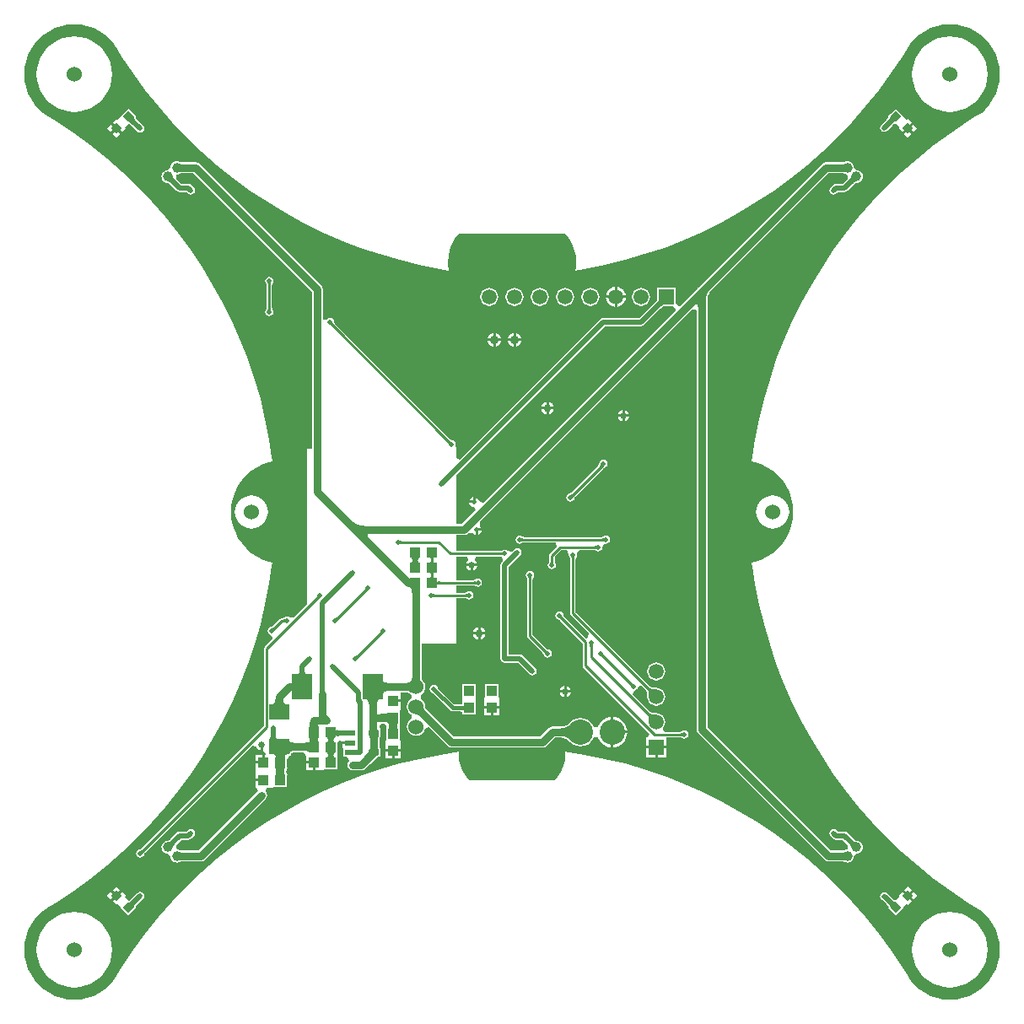
<source format=gbl>
G04 Layer_Physical_Order=2*
G04 Layer_Color=16711680*
%FSLAX25Y25*%
%MOIN*%
G70*
G01*
G75*
%ADD14R,0.03937X0.04331*%
%ADD17R,0.03937X0.01969*%
%ADD27R,0.04331X0.03937*%
%ADD28P,0.04454X4X360.0*%
%ADD29P,0.04454X4X270.0*%
%ADD31C,0.02000*%
%ADD32C,0.01000*%
%ADD33C,0.03000*%
%ADD34C,0.01500*%
%ADD35C,0.03937*%
%ADD36R,0.05906X0.05906*%
%ADD37C,0.05906*%
%ADD38R,0.05906X0.05906*%
%ADD39C,0.06000*%
%ADD40C,0.06000*%
%ADD41C,0.10000*%
%ADD42C,0.02000*%
%ADD43C,0.02500*%
%ADD44C,0.03500*%
%ADD45C,0.03000*%
%ADD46R,0.07874X0.09843*%
%ADD47R,0.07874X0.05906*%
G36*
X175575Y192559D02*
X178106Y192055D01*
X180549Y191226D01*
X182864Y190084D01*
X185009Y188651D01*
X186949Y186949D01*
X188651Y185009D01*
X190084Y182864D01*
X191226Y180549D01*
X192055Y178106D01*
X192559Y175575D01*
X192727Y173000D01*
X192559Y170425D01*
X192055Y167894D01*
X191226Y165451D01*
X190084Y163136D01*
X188651Y160991D01*
X186949Y159051D01*
X185470Y157754D01*
X184290Y156877D01*
X184290Y156877D01*
X184290Y156877D01*
X183091Y156149D01*
X179993Y154270D01*
X173182Y149719D01*
X166576Y144875D01*
X160187Y139748D01*
X154028Y134346D01*
X148111Y128682D01*
X142446Y122764D01*
X137045Y116606D01*
X131918Y110217D01*
X127074Y103611D01*
X122523Y96800D01*
X118274Y89797D01*
X114333Y82615D01*
X110711Y75268D01*
X107411Y67770D01*
X104442Y60136D01*
X101809Y52379D01*
X99517Y44514D01*
X97570Y36557D01*
X95972Y28523D01*
X94893Y21513D01*
X94726Y20427D01*
X94683Y20034D01*
X94719Y20030D01*
D01*
X96092Y19723D01*
X98386Y18944D01*
X100791Y17758D01*
X103022Y16268D01*
X105038Y14499D01*
X106807Y12483D01*
X108297Y10253D01*
X109483Y7847D01*
X110345Y5307D01*
X110869Y2676D01*
X111044Y0D01*
X110869Y-2676D01*
X110345Y-5307D01*
X109483Y-7847D01*
X108297Y-10253D01*
X106807Y-12483D01*
X105038Y-14499D01*
X103022Y-16268D01*
X100791Y-17758D01*
X98386Y-18944D01*
X96092Y-19723D01*
X94719Y-20030D01*
X94719Y-20030D01*
X94683Y-20034D01*
X94726Y-20427D01*
X94893Y-21513D01*
X95972Y-28523D01*
X97570Y-36557D01*
X99517Y-44514D01*
X101809Y-52379D01*
X104442Y-60136D01*
X107411Y-67770D01*
X110711Y-75268D01*
X114333Y-82615D01*
X118274Y-89797D01*
X122523Y-96800D01*
X127074Y-103611D01*
X131918Y-110217D01*
X137045Y-116606D01*
X142446Y-122764D01*
X148111Y-128682D01*
X154028Y-134346D01*
X160187Y-139748D01*
X166576Y-144875D01*
X173182Y-149719D01*
X179993Y-154270D01*
X184290Y-156877D01*
D01*
X185470Y-157754D01*
X186949Y-159051D01*
X188651Y-160991D01*
X190084Y-163136D01*
X191226Y-165451D01*
X192055Y-167894D01*
X192559Y-170425D01*
X192727Y-173000D01*
X192559Y-175575D01*
X192055Y-178106D01*
X191226Y-180549D01*
X190084Y-182864D01*
X188651Y-185009D01*
X186949Y-186949D01*
X185009Y-188651D01*
X182864Y-190084D01*
X180549Y-191226D01*
X178106Y-192055D01*
X175575Y-192559D01*
X173000Y-192727D01*
X170425Y-192559D01*
X167894Y-192055D01*
X165451Y-191226D01*
X163136Y-190084D01*
X160991Y-188651D01*
X159051Y-186949D01*
X157754Y-185470D01*
X156877Y-184290D01*
Y-184290D01*
X156149Y-183091D01*
X154270Y-179993D01*
X149719Y-173182D01*
X144875Y-166576D01*
X139748Y-160187D01*
X134346Y-154028D01*
X128682Y-148111D01*
X122764Y-142446D01*
X116606Y-137045D01*
X110217Y-131918D01*
X103611Y-127074D01*
X96800Y-122523D01*
X89797Y-118274D01*
X82615Y-114333D01*
X75268Y-110711D01*
X67770Y-107411D01*
X60136Y-104442D01*
X52379Y-101809D01*
X44514Y-99517D01*
X36557Y-97570D01*
X28523Y-95972D01*
X22560Y-95054D01*
X21025Y-94818D01*
X21077Y-95334D01*
X20999Y-96331D01*
X20878Y-97866D01*
X20285Y-100336D01*
X19313Y-102683D01*
X17986Y-104849D01*
X17003Y-106000D01*
X17000Y-106000D01*
X-17001Y-106001D01*
X-17986Y-104849D01*
X-19313Y-102683D01*
X-20285Y-100336D01*
X-20878Y-97866D01*
X-21077Y-95334D01*
X-21025Y-94818D01*
X-22438Y-95035D01*
X-22557Y-95053D01*
X-28523Y-95972D01*
X-36557Y-97570D01*
X-44514Y-99517D01*
X-52379Y-101809D01*
X-60136Y-104442D01*
X-67770Y-107411D01*
X-75268Y-110711D01*
X-82615Y-114333D01*
X-89797Y-118274D01*
X-96800Y-122523D01*
X-103611Y-127074D01*
X-110217Y-131918D01*
X-116606Y-137045D01*
X-122764Y-142446D01*
X-128682Y-148111D01*
X-134346Y-154028D01*
X-139748Y-160187D01*
X-144875Y-166576D01*
X-149719Y-173182D01*
X-154270Y-179993D01*
X-156877Y-184290D01*
D01*
X-157754Y-185470D01*
X-159051Y-186949D01*
X-160991Y-188651D01*
X-163136Y-190084D01*
X-165451Y-191226D01*
X-167894Y-192055D01*
X-170425Y-192559D01*
X-173000Y-192727D01*
X-175575Y-192559D01*
X-178106Y-192055D01*
X-180549Y-191226D01*
X-182864Y-190084D01*
X-185009Y-188651D01*
X-186949Y-186949D01*
X-188651Y-185009D01*
X-190084Y-182864D01*
X-191226Y-180549D01*
X-192055Y-178106D01*
X-192559Y-175575D01*
X-192727Y-173000D01*
X-192559Y-170425D01*
X-192055Y-167894D01*
X-191226Y-165451D01*
X-190084Y-163136D01*
X-188651Y-160991D01*
X-186949Y-159051D01*
X-185470Y-157754D01*
X-184290Y-156877D01*
X-183091Y-156149D01*
X-179993Y-154270D01*
X-173182Y-149719D01*
X-166576Y-144875D01*
X-160187Y-139748D01*
X-154028Y-134346D01*
X-148111Y-128682D01*
X-142446Y-122764D01*
X-137045Y-116606D01*
X-131918Y-110217D01*
X-127074Y-103611D01*
X-122523Y-96800D01*
X-118274Y-89797D01*
X-114333Y-82615D01*
X-110711Y-75268D01*
X-107411Y-67770D01*
X-104442Y-60136D01*
X-101809Y-52379D01*
X-99517Y-44514D01*
X-97570Y-36557D01*
X-95972Y-28523D01*
X-94893Y-21513D01*
X-94726Y-20427D01*
X-94683Y-20034D01*
X-94719Y-20030D01*
D01*
X-96092Y-19723D01*
X-98386Y-18944D01*
X-100791Y-17758D01*
X-103022Y-16268D01*
X-105038Y-14499D01*
X-106807Y-12483D01*
X-108297Y-10253D01*
X-109483Y-7847D01*
X-110345Y-5307D01*
X-110869Y-2676D01*
X-111044Y0D01*
X-110869Y2676D01*
X-110345Y5307D01*
X-109483Y7847D01*
X-108297Y10253D01*
X-106807Y12483D01*
X-105038Y14499D01*
X-103022Y16268D01*
X-100791Y17758D01*
X-98386Y18944D01*
X-96092Y19723D01*
X-94719Y20030D01*
X-94719Y20030D01*
X-94683Y20034D01*
X-94726Y20427D01*
X-94893Y21513D01*
X-95972Y28523D01*
X-97570Y36557D01*
X-99517Y44514D01*
X-101809Y52379D01*
X-104442Y60136D01*
X-107411Y67770D01*
X-110711Y75268D01*
X-114333Y82615D01*
X-118274Y89797D01*
X-122523Y96800D01*
X-127074Y103611D01*
X-131918Y110217D01*
X-137045Y116606D01*
X-142446Y122764D01*
X-148111Y128682D01*
X-154028Y134346D01*
X-160187Y139748D01*
X-166576Y144875D01*
X-173182Y149719D01*
X-179993Y154270D01*
X-184290Y156877D01*
D01*
X-185470Y157754D01*
X-186949Y159051D01*
X-188651Y160991D01*
X-190084Y163136D01*
X-191226Y165451D01*
X-192055Y167894D01*
X-192559Y170425D01*
X-192727Y173000D01*
X-192559Y175575D01*
X-192055Y178106D01*
X-191226Y180549D01*
X-190084Y182864D01*
X-188651Y185009D01*
X-186949Y186949D01*
X-185009Y188651D01*
X-182864Y190084D01*
X-180549Y191226D01*
X-178106Y192055D01*
X-175575Y192559D01*
X-173000Y192727D01*
X-170425Y192559D01*
X-167894Y192055D01*
X-165451Y191226D01*
X-163136Y190084D01*
X-160991Y188651D01*
X-159051Y186949D01*
X-157754Y185470D01*
X-156877Y184290D01*
X-156149Y183091D01*
X-154270Y179993D01*
X-149719Y173182D01*
X-144875Y166576D01*
X-139748Y160187D01*
X-134346Y154028D01*
X-128682Y148111D01*
X-122764Y142446D01*
X-116606Y137045D01*
X-110217Y131918D01*
X-103611Y127074D01*
X-96800Y122523D01*
X-89797Y118274D01*
X-82615Y114333D01*
X-75268Y110711D01*
X-67770Y107411D01*
X-60136Y104442D01*
X-52379Y101809D01*
X-44514Y99517D01*
X-36557Y97570D01*
X-28523Y95972D01*
X-24942Y95421D01*
X-25194Y96684D01*
X-25214Y96980D01*
X-25337Y98854D01*
X-25194Y101024D01*
X-24770Y103158D01*
X-24071Y105218D01*
X-23109Y107168D01*
X-21969Y108874D01*
X-21000Y110000D01*
X21000D01*
X21968Y108876D01*
X23109Y107168D01*
X24071Y105218D01*
X24770Y103158D01*
X25194Y101024D01*
X25337Y98854D01*
X25214Y96980D01*
X25194Y96684D01*
X24942Y95421D01*
X26213Y95616D01*
X26520Y95664D01*
X28523Y95972D01*
X36557Y97570D01*
X44514Y99517D01*
X52379Y101809D01*
X60136Y104442D01*
X67770Y107411D01*
X75268Y110711D01*
X82615Y114333D01*
X89797Y118274D01*
X96800Y122523D01*
X103611Y127074D01*
X110217Y131918D01*
X116606Y137045D01*
X122764Y142446D01*
X128682Y148111D01*
X134346Y154028D01*
X139748Y160187D01*
X144875Y166576D01*
X149719Y173182D01*
X154270Y179993D01*
X156877Y184290D01*
D01*
X157754Y185470D01*
X159051Y186949D01*
X160991Y188651D01*
X163136Y190084D01*
X165451Y191226D01*
X167894Y192055D01*
X170425Y192559D01*
X173000Y192727D01*
X175575Y192559D01*
D02*
G37*
%LPC*%
G36*
X36000Y20631D02*
X35376Y20507D01*
X34846Y20154D01*
X34493Y19624D01*
X34369Y19000D01*
X34401Y18835D01*
X34392Y18824D01*
X34390Y18816D01*
X34384Y18807D01*
X34380Y18789D01*
X34379Y18786D01*
X34368Y18767D01*
X34353Y18744D01*
X34268Y18639D01*
X34211Y18580D01*
X34187Y18519D01*
X34134Y18483D01*
X34130Y18460D01*
X23303Y7633D01*
X23242Y7610D01*
X23106Y7484D01*
X23064Y7450D01*
X23024Y7422D01*
X22993Y7402D01*
X22973Y7392D01*
X22971Y7392D01*
X22965Y7389D01*
X22946Y7385D01*
X22938Y7380D01*
X22933Y7378D01*
X22924Y7371D01*
X22913Y7363D01*
X22893Y7354D01*
X22376Y7251D01*
X21847Y6897D01*
X21493Y6368D01*
X21369Y5744D01*
X21493Y5119D01*
X21847Y4590D01*
X22376Y4236D01*
X23000Y4112D01*
X23624Y4236D01*
X24153Y4590D01*
X24507Y5119D01*
X24610Y5636D01*
X24620Y5656D01*
X24627Y5668D01*
X24635Y5677D01*
X24636Y5681D01*
X24641Y5689D01*
X24645Y5708D01*
X24648Y5715D01*
X24648Y5717D01*
X24659Y5737D01*
X24678Y5768D01*
X24702Y5801D01*
X24798Y5914D01*
X24858Y5976D01*
X24883Y6041D01*
X35923Y17081D01*
X35987Y17105D01*
X36129Y17240D01*
X36174Y17279D01*
X36273Y17355D01*
X36297Y17371D01*
X36316Y17382D01*
X36324Y17384D01*
X36329Y17387D01*
X36346Y17393D01*
X36379Y17423D01*
X36418Y17452D01*
X36624Y17493D01*
X37154Y17846D01*
X37507Y18376D01*
X37631Y19000D01*
X37507Y19624D01*
X37154Y20154D01*
X36624Y20507D01*
X36000Y20631D01*
D02*
G37*
G36*
X23195Y-71500D02*
X21500D01*
Y-73195D01*
X21878Y-73119D01*
X22622Y-72622D01*
X23120Y-71878D01*
X23195Y-71500D01*
D02*
G37*
G36*
X-98847Y-96031D02*
X-101512D01*
Y-98500D01*
X-98847D01*
Y-96031D01*
D02*
G37*
G36*
X103000Y6537D02*
X101725Y6411D01*
X100498Y6039D01*
X99368Y5435D01*
X98378Y4622D01*
X97565Y3632D01*
X96961Y2502D01*
X96589Y1275D01*
X96463Y0D01*
X96589Y-1275D01*
X96961Y-2502D01*
X97565Y-3632D01*
X98378Y-4622D01*
X99368Y-5435D01*
X100498Y-6039D01*
X101725Y-6411D01*
X103000Y-6537D01*
X104275Y-6411D01*
X105502Y-6039D01*
X106632Y-5435D01*
X107622Y-4622D01*
X108435Y-3632D01*
X109039Y-2502D01*
X109411Y-1275D01*
X109537Y0D01*
X109411Y1275D01*
X109039Y2502D01*
X108435Y3632D01*
X107622Y4622D01*
X106632Y5435D01*
X105502Y6039D01*
X104275Y6411D01*
X103000Y6537D01*
D02*
G37*
G36*
X37000Y-9369D02*
X36376Y-9493D01*
X35937Y-9786D01*
X35916Y-9793D01*
X35903Y-9796D01*
X35891Y-9797D01*
X35887Y-9799D01*
X35878Y-9801D01*
X35862Y-9812D01*
X35855Y-9814D01*
X35853Y-9816D01*
X35832Y-9822D01*
X35796Y-9830D01*
X35756Y-9837D01*
X35609Y-9849D01*
X35522Y-9851D01*
X35458Y-9878D01*
X4551D01*
X4491Y-9851D01*
X4305Y-9844D01*
X4252Y-9838D01*
X4203Y-9830D01*
X4168Y-9822D01*
X4147Y-9816D01*
X4145Y-9814D01*
X4138Y-9812D01*
X4122Y-9801D01*
X4113Y-9799D01*
X4109Y-9797D01*
X4098Y-9796D01*
X4084Y-9793D01*
X4063Y-9786D01*
X3624Y-9493D01*
X3000Y-9369D01*
X2376Y-9493D01*
X1846Y-9847D01*
X1493Y-10376D01*
X1369Y-11000D01*
X1493Y-11624D01*
X1846Y-12154D01*
X2376Y-12507D01*
X3000Y-12631D01*
X3624Y-12507D01*
X4063Y-12214D01*
X4084Y-12207D01*
X4098Y-12204D01*
X4109Y-12203D01*
X4113Y-12201D01*
X4122Y-12199D01*
X4138Y-12188D01*
X4145Y-12186D01*
X4147Y-12184D01*
X4168Y-12178D01*
X4203Y-12170D01*
X4244Y-12163D01*
X4391Y-12151D01*
X4478Y-12149D01*
X4542Y-12122D01*
X17206D01*
X17792Y-13622D01*
X14951Y-16463D01*
X14707Y-16827D01*
X14622Y-17256D01*
X14622Y-17256D01*
Y-19449D01*
X14595Y-19509D01*
X14588Y-19695D01*
X14582Y-19748D01*
X14574Y-19796D01*
X14566Y-19832D01*
X14559Y-19853D01*
X14558Y-19855D01*
X14555Y-19862D01*
X14545Y-19878D01*
X14543Y-19887D01*
X14540Y-19891D01*
X14539Y-19903D01*
X14537Y-19916D01*
X14529Y-19937D01*
X14236Y-20376D01*
X14112Y-21000D01*
X14236Y-21624D01*
X14590Y-22153D01*
X15119Y-22507D01*
X15744Y-22631D01*
X16368Y-22507D01*
X16897Y-22153D01*
X17251Y-21624D01*
X17375Y-21000D01*
X17251Y-20376D01*
X16958Y-19937D01*
X16951Y-19916D01*
X16948Y-19903D01*
X16947Y-19891D01*
X16945Y-19887D01*
X16943Y-19878D01*
X16932Y-19862D01*
X16929Y-19855D01*
X16928Y-19853D01*
X16921Y-19832D01*
X16913Y-19796D01*
X16907Y-19756D01*
X16895Y-19609D01*
X16893Y-19522D01*
X16865Y-19458D01*
Y-17721D01*
X19465Y-15122D01*
X21527D01*
X22004Y-15741D01*
X22444Y-16622D01*
X22369Y-17000D01*
X22493Y-17624D01*
X22786Y-18063D01*
X22793Y-18084D01*
X22796Y-18098D01*
X22797Y-18109D01*
X22799Y-18113D01*
X22801Y-18122D01*
X22812Y-18138D01*
X22814Y-18145D01*
X22816Y-18147D01*
X22822Y-18168D01*
X22830Y-18203D01*
X22837Y-18244D01*
X22849Y-18391D01*
X22851Y-18478D01*
X22878Y-18542D01*
Y-40000D01*
X22878Y-40000D01*
X22964Y-40429D01*
X23207Y-40793D01*
X30408Y-47994D01*
X29963Y-49671D01*
X29183Y-49884D01*
X28972Y-49698D01*
X20578Y-41303D01*
X20555Y-41242D01*
X20429Y-41105D01*
X20395Y-41064D01*
X20367Y-41024D01*
X20347Y-40993D01*
X20337Y-40973D01*
X20337Y-40971D01*
X20334Y-40965D01*
X20330Y-40946D01*
X20325Y-40938D01*
X20323Y-40933D01*
X20316Y-40924D01*
X20308Y-40913D01*
X20299Y-40893D01*
X20196Y-40376D01*
X19842Y-39847D01*
X19313Y-39493D01*
X18689Y-39369D01*
X18064Y-39493D01*
X17535Y-39847D01*
X17181Y-40376D01*
X17057Y-41000D01*
X17181Y-41624D01*
X17535Y-42153D01*
X18064Y-42507D01*
X18581Y-42610D01*
X18601Y-42620D01*
X18613Y-42627D01*
X18622Y-42635D01*
X18626Y-42636D01*
X18634Y-42641D01*
X18653Y-42645D01*
X18660Y-42648D01*
X18662Y-42648D01*
X18682Y-42659D01*
X18713Y-42678D01*
X18746Y-42702D01*
X18858Y-42798D01*
X18921Y-42858D01*
X18986Y-42883D01*
X27978Y-51876D01*
Y-60831D01*
X27978Y-60831D01*
X28064Y-61261D01*
X28307Y-61624D01*
X54230Y-87547D01*
X53608Y-89047D01*
X53047D01*
Y-92500D01*
X60953D01*
Y-89122D01*
X66449D01*
X66509Y-89149D01*
X66695Y-89156D01*
X66748Y-89162D01*
X66796Y-89170D01*
X66832Y-89178D01*
X66853Y-89184D01*
X66855Y-89186D01*
X66862Y-89188D01*
X66878Y-89199D01*
X66887Y-89201D01*
X66891Y-89203D01*
X66903Y-89204D01*
X66916Y-89207D01*
X66937Y-89214D01*
X67376Y-89507D01*
X68000Y-89631D01*
X68624Y-89507D01*
X69153Y-89153D01*
X69507Y-88624D01*
X69631Y-88000D01*
X69507Y-87376D01*
X69153Y-86847D01*
X68624Y-86493D01*
X68000Y-86369D01*
X67376Y-86493D01*
X66937Y-86786D01*
X66916Y-86793D01*
X66903Y-86796D01*
X66891Y-86797D01*
X66887Y-86799D01*
X66878Y-86801D01*
X66862Y-86812D01*
X66855Y-86814D01*
X66853Y-86816D01*
X66832Y-86822D01*
X66796Y-86830D01*
X66756Y-86837D01*
X66609Y-86849D01*
X66522Y-86851D01*
X66458Y-86878D01*
X60246D01*
X59792Y-86021D01*
X59653Y-85378D01*
X60103Y-84792D01*
X60461Y-83927D01*
X60583Y-83000D01*
X60461Y-82073D01*
X60103Y-81208D01*
X59534Y-80466D01*
X58792Y-79897D01*
X57927Y-79539D01*
X57028Y-79420D01*
X56975Y-79398D01*
X56571Y-79395D01*
X55854Y-79346D01*
X55561Y-79304D01*
X55296Y-79249D01*
X55067Y-79184D01*
X54874Y-79112D01*
X54717Y-79034D01*
X54595Y-78955D01*
X54467Y-78844D01*
X54412Y-78826D01*
X47684Y-72098D01*
X47833Y-71408D01*
X48283Y-70575D01*
X48624Y-70507D01*
X49154Y-70153D01*
X49507Y-69624D01*
X49575Y-69283D01*
X50408Y-68833D01*
X51098Y-68684D01*
X52826Y-70412D01*
X52844Y-70467D01*
X52955Y-70595D01*
X53034Y-70717D01*
X53112Y-70874D01*
X53184Y-71067D01*
X53249Y-71296D01*
X53304Y-71561D01*
X53346Y-71854D01*
X53395Y-72571D01*
X53398Y-72975D01*
X53420Y-73028D01*
X53539Y-73927D01*
X53897Y-74792D01*
X54466Y-75534D01*
X55208Y-76103D01*
X56073Y-76461D01*
X57000Y-76583D01*
X57927Y-76461D01*
X58792Y-76103D01*
X59534Y-75534D01*
X60103Y-74792D01*
X60461Y-73927D01*
X60583Y-73000D01*
X60461Y-72073D01*
X60103Y-71208D01*
X59534Y-70466D01*
X58792Y-69897D01*
X57927Y-69539D01*
X57028Y-69420D01*
X56975Y-69398D01*
X56571Y-69395D01*
X55854Y-69346D01*
X55561Y-69304D01*
X55296Y-69249D01*
X55067Y-69184D01*
X54874Y-69112D01*
X54717Y-69034D01*
X54595Y-68955D01*
X54467Y-68844D01*
X54412Y-68826D01*
X25122Y-39535D01*
Y-18551D01*
X25149Y-18491D01*
X25156Y-18305D01*
X25162Y-18252D01*
X25170Y-18204D01*
X25178Y-18168D01*
X25184Y-18147D01*
X25186Y-18145D01*
X25188Y-18138D01*
X25199Y-18122D01*
X25201Y-18113D01*
X25203Y-18109D01*
X25204Y-18098D01*
X25207Y-18084D01*
X25214Y-18063D01*
X25507Y-17624D01*
X25631Y-17000D01*
X25556Y-16622D01*
X25996Y-15741D01*
X26473Y-15122D01*
X32449D01*
X32509Y-15149D01*
X32695Y-15156D01*
X32748Y-15162D01*
X32796Y-15170D01*
X32832Y-15178D01*
X32853Y-15184D01*
X32855Y-15186D01*
X32862Y-15188D01*
X32878Y-15199D01*
X32887Y-15201D01*
X32891Y-15203D01*
X32903Y-15204D01*
X32916Y-15207D01*
X32937Y-15214D01*
X33376Y-15507D01*
X34000Y-15631D01*
X34624Y-15507D01*
X35153Y-15154D01*
X35507Y-14624D01*
X35631Y-14000D01*
X35584Y-13763D01*
X35862Y-13322D01*
X36322Y-12862D01*
X36763Y-12584D01*
X37000Y-12631D01*
X37624Y-12507D01*
X38153Y-12154D01*
X38507Y-11624D01*
X38631Y-11000D01*
X38507Y-10376D01*
X38153Y-9847D01*
X37624Y-9493D01*
X37000Y-9369D01*
D02*
G37*
G36*
X-47500Y-94846D02*
X-49968D01*
Y-97512D01*
X-47500D01*
Y-94846D01*
D02*
G37*
G36*
X-103000Y6537D02*
X-104275Y6411D01*
X-105502Y6039D01*
X-106632Y5435D01*
X-107622Y4622D01*
X-108435Y3632D01*
X-109039Y2502D01*
X-109411Y1275D01*
X-109537Y0D01*
X-109411Y-1275D01*
X-109039Y-2502D01*
X-108435Y-3632D01*
X-107622Y-4622D01*
X-106632Y-5435D01*
X-105502Y-6039D01*
X-104275Y-6411D01*
X-103000Y-6537D01*
X-101725Y-6411D01*
X-100498Y-6039D01*
X-99368Y-5435D01*
X-98378Y-4622D01*
X-97565Y-3632D01*
X-96961Y-2502D01*
X-96589Y-1275D01*
X-96463Y0D01*
X-96589Y1275D01*
X-96961Y2502D01*
X-97565Y3632D01*
X-98378Y4622D01*
X-99368Y5435D01*
X-100498Y6039D01*
X-101725Y6411D01*
X-103000Y6537D01*
D02*
G37*
G36*
X-12060Y-7500D02*
X-13500D01*
Y-8940D01*
X-13220Y-8884D01*
X-12558Y-8442D01*
X-12116Y-7780D01*
X-12060Y-7500D01*
D02*
G37*
G36*
X-7500Y67500D02*
X-9708D01*
X-9679Y67282D01*
X-9402Y66613D01*
X-8961Y66039D01*
X-8387Y65598D01*
X-7718Y65321D01*
X-7500Y65292D01*
Y67500D01*
D02*
G37*
G36*
X57000Y-59417D02*
X56073Y-59539D01*
X55208Y-59897D01*
X54466Y-60466D01*
X53897Y-61208D01*
X53539Y-62073D01*
X53417Y-63000D01*
X53539Y-63927D01*
X53897Y-64792D01*
X54466Y-65534D01*
X55208Y-66103D01*
X56073Y-66461D01*
X57000Y-66583D01*
X57927Y-66461D01*
X58792Y-66103D01*
X59534Y-65534D01*
X60103Y-64792D01*
X60461Y-63927D01*
X60583Y-63000D01*
X60461Y-62073D01*
X60103Y-61208D01*
X59534Y-60466D01*
X58792Y-59897D01*
X57927Y-59539D01*
X57000Y-59417D01*
D02*
G37*
G36*
X500Y67500D02*
X-1708D01*
X-1679Y67282D01*
X-1402Y66613D01*
X-961Y66039D01*
X-387Y65598D01*
X282Y65321D01*
X500Y65292D01*
Y67500D01*
D02*
G37*
G36*
X-4292D02*
X-6500D01*
Y65292D01*
X-6282Y65321D01*
X-5613Y65598D01*
X-5039Y66039D01*
X-4598Y66613D01*
X-4321Y67282D01*
X-4292Y67500D01*
D02*
G37*
G36*
X44500Y40195D02*
Y38500D01*
X46195D01*
X46119Y38878D01*
X45622Y39622D01*
X44878Y40119D01*
X44500Y40195D01*
D02*
G37*
G36*
X43500Y37500D02*
X41805D01*
X41881Y37122D01*
X42378Y36378D01*
X43122Y35881D01*
X43500Y35805D01*
Y37500D01*
D02*
G37*
G36*
X-78847Y-99500D02*
X-81512D01*
Y-101969D01*
X-78847D01*
Y-99500D01*
D02*
G37*
G36*
X43500Y40195D02*
X43122Y40119D01*
X42378Y39622D01*
X41881Y38878D01*
X41805Y38500D01*
X43500D01*
Y40195D01*
D02*
G37*
G36*
X46195Y37500D02*
X44500D01*
Y35805D01*
X44878Y35881D01*
X45622Y36378D01*
X46119Y37122D01*
X46195Y37500D01*
D02*
G37*
G36*
X-5432Y-67888D02*
X-10569D01*
Y-72847D01*
X-10968Y-74181D01*
X-10968Y-74753D01*
Y-76846D01*
X-5032D01*
Y-74753D01*
X-5032Y-74181D01*
X-5432Y-72847D01*
Y-72681D01*
Y-67888D01*
D02*
G37*
G36*
X-13500Y-45551D02*
X-13975Y-45645D01*
X-14802Y-46198D01*
X-15355Y-47025D01*
X-15450Y-47500D01*
X-13500D01*
Y-45551D01*
D02*
G37*
G36*
X-13805Y-21500D02*
X-15500D01*
Y-23195D01*
X-15122Y-23120D01*
X-14378Y-22622D01*
X-13881Y-21878D01*
X-13805Y-21500D01*
D02*
G37*
G36*
X-16500D02*
X-18195D01*
X-18120Y-21878D01*
X-17622Y-22622D01*
X-16878Y-23120D01*
X-16500Y-23195D01*
Y-21500D01*
D02*
G37*
G36*
X-5032Y-77846D02*
X-7500D01*
Y-80512D01*
X-5032D01*
Y-77846D01*
D02*
G37*
G36*
X-8500D02*
X-10968D01*
Y-80512D01*
X-8500D01*
Y-77846D01*
D02*
G37*
G36*
X-12500Y-45551D02*
Y-47500D01*
X-10550D01*
X-10645Y-47025D01*
X-11198Y-46198D01*
X-12025Y-45645D01*
X-12500Y-45551D01*
D02*
G37*
G36*
X40000Y-81020D02*
Y-86500D01*
X45480D01*
X45413Y-85824D01*
X45070Y-84693D01*
X44513Y-83650D01*
X43763Y-82737D01*
X42849Y-81987D01*
X41807Y-81430D01*
X40676Y-81087D01*
X40000Y-81020D01*
D02*
G37*
G36*
X-10550Y-48500D02*
X-12500D01*
Y-50450D01*
X-12025Y-50355D01*
X-11198Y-49802D01*
X-10645Y-48976D01*
X-10550Y-48500D01*
D02*
G37*
G36*
X56500Y-93500D02*
X53047D01*
Y-96953D01*
X56500D01*
Y-93500D01*
D02*
G37*
G36*
X60953D02*
X57500D01*
Y-96953D01*
X60953D01*
Y-93500D01*
D02*
G37*
G36*
X-44032Y-94846D02*
X-46500D01*
Y-97512D01*
X-44032D01*
Y-94846D01*
D02*
G37*
G36*
X7000Y-23369D02*
X6376Y-23493D01*
X5847Y-23846D01*
X5493Y-24376D01*
X5369Y-25000D01*
X5493Y-25624D01*
X5786Y-26063D01*
X5793Y-26084D01*
X5796Y-26098D01*
X5797Y-26109D01*
X5799Y-26113D01*
X5801Y-26122D01*
X5812Y-26138D01*
X5814Y-26145D01*
X5816Y-26147D01*
X5822Y-26168D01*
X5830Y-26204D01*
X5837Y-26244D01*
X5849Y-26391D01*
X5851Y-26478D01*
X5878Y-26542D01*
Y-49000D01*
X5878Y-49000D01*
X5964Y-49429D01*
X6207Y-49793D01*
X12111Y-55697D01*
X12133Y-55758D01*
X12259Y-55895D01*
X12293Y-55936D01*
X12322Y-55976D01*
X12341Y-56007D01*
X12352Y-56027D01*
X12352Y-56029D01*
X12355Y-56035D01*
X12359Y-56054D01*
X12364Y-56062D01*
X12365Y-56067D01*
X12373Y-56076D01*
X12380Y-56087D01*
X12390Y-56107D01*
X12493Y-56624D01*
X12846Y-57153D01*
X13376Y-57507D01*
X14000Y-57631D01*
X14624Y-57507D01*
X15154Y-57153D01*
X15507Y-56624D01*
X15631Y-56000D01*
X15507Y-55376D01*
X15154Y-54847D01*
X14624Y-54493D01*
X14107Y-54390D01*
X14087Y-54380D01*
X14076Y-54373D01*
X14067Y-54365D01*
X14062Y-54364D01*
X14054Y-54359D01*
X14035Y-54355D01*
X14029Y-54352D01*
X14027Y-54352D01*
X14007Y-54341D01*
X13976Y-54322D01*
X13943Y-54298D01*
X13830Y-54202D01*
X13768Y-54142D01*
X13703Y-54117D01*
X8122Y-48535D01*
Y-26551D01*
X8149Y-26491D01*
X8156Y-26305D01*
X8162Y-26252D01*
X8170Y-26204D01*
X8178Y-26168D01*
X8184Y-26147D01*
X8186Y-26145D01*
X8188Y-26138D01*
X8199Y-26122D01*
X8201Y-26113D01*
X8203Y-26109D01*
X8204Y-26098D01*
X8207Y-26084D01*
X8214Y-26063D01*
X8507Y-25624D01*
X8631Y-25000D01*
X8507Y-24376D01*
X8153Y-23846D01*
X7624Y-23493D01*
X7000Y-23369D01*
D02*
G37*
G36*
X45480Y-87500D02*
X40000D01*
Y-92980D01*
X40676Y-92913D01*
X41807Y-92570D01*
X42849Y-92013D01*
X43763Y-91263D01*
X44513Y-90350D01*
X45070Y-89307D01*
X45413Y-88176D01*
X45480Y-87500D01*
D02*
G37*
G36*
X-13500Y-48500D02*
X-15450D01*
X-15355Y-48976D01*
X-14802Y-49802D01*
X-13975Y-50355D01*
X-13500Y-50450D01*
Y-48500D01*
D02*
G37*
G36*
X20500Y-71500D02*
X18805D01*
X18880Y-71878D01*
X19378Y-72622D01*
X20122Y-73119D01*
X20500Y-73195D01*
Y-71500D01*
D02*
G37*
G36*
X-14432Y-67888D02*
X-19568D01*
Y-73081D01*
X-19568Y-73419D01*
Y-74581D01*
X-19568Y-74919D01*
Y-75872D01*
X-19590Y-75912D01*
X-19594Y-75948D01*
X-19615Y-75961D01*
X-19695Y-75993D01*
X-19822Y-76027D01*
X-19994Y-76056D01*
X-20206Y-76074D01*
X-20473Y-76081D01*
X-20525Y-76104D01*
X-22950D01*
X-29447Y-69607D01*
X-29493Y-69376D01*
X-29847Y-68846D01*
X-30376Y-68493D01*
X-31000Y-68369D01*
X-31624Y-68493D01*
X-32153Y-68846D01*
X-32507Y-69376D01*
X-32631Y-70000D01*
X-32507Y-70624D01*
X-32153Y-71153D01*
X-31624Y-71507D01*
X-31394Y-71553D01*
X-24493Y-78454D01*
X-24046Y-78752D01*
X-23520Y-78857D01*
X-20525D01*
X-20473Y-78879D01*
X-20206Y-78886D01*
X-19994Y-78905D01*
X-19822Y-78933D01*
X-19696Y-78967D01*
X-19615Y-79000D01*
X-19594Y-79013D01*
X-19590Y-79049D01*
X-19568Y-79089D01*
Y-80112D01*
X-14432D01*
Y-74919D01*
X-14432Y-74581D01*
Y-73419D01*
X-14432Y-73081D01*
Y-67888D01*
D02*
G37*
G36*
X3708Y67500D02*
X1500D01*
Y65292D01*
X1718Y65321D01*
X2387Y65598D01*
X2961Y66039D01*
X3402Y66613D01*
X3679Y67282D01*
X3708Y67500D01*
D02*
G37*
G36*
X-147000Y-150101D02*
X-147624Y-150225D01*
X-148153Y-150579D01*
X-150226Y-152651D01*
X-150266Y-152667D01*
X-150776Y-153146D01*
X-150979Y-153314D01*
X-151156Y-153444D01*
X-151297Y-153533D01*
X-151361Y-153563D01*
X-151634Y-153291D01*
X-151780Y-153437D01*
X-153154Y-152062D01*
X-152725Y-151634D01*
X-154192Y-150167D01*
X-156013Y-151987D01*
X-157833Y-153808D01*
X-156366Y-155275D01*
X-155938Y-154846D01*
X-154563Y-156220D01*
X-154709Y-156366D01*
X-151634Y-159442D01*
X-149619Y-157427D01*
X-149104Y-156912D01*
X-149057Y-156902D01*
X-148998Y-156840D01*
X-148964Y-156825D01*
X-148558Y-156366D01*
X-148831Y-156094D01*
X-148800Y-156030D01*
X-148711Y-155888D01*
X-148585Y-155717D01*
X-148193Y-155266D01*
X-147941Y-155007D01*
X-147925Y-154964D01*
X-145846Y-152886D01*
X-145493Y-152357D01*
X-145369Y-151733D01*
X-145493Y-151108D01*
X-145846Y-150579D01*
X-146376Y-150225D01*
X-147000Y-150101D01*
D02*
G37*
G36*
X41500Y88921D02*
Y85500D01*
X44921D01*
X44851Y86032D01*
X44453Y86993D01*
X43819Y87819D01*
X42993Y88453D01*
X42032Y88851D01*
X41500Y88921D01*
D02*
G37*
G36*
X20500Y-68805D02*
X20122Y-68881D01*
X19378Y-69378D01*
X18880Y-70122D01*
X18805Y-70500D01*
X20500D01*
Y-68805D01*
D02*
G37*
G36*
X21500D02*
Y-70500D01*
X23195D01*
X23120Y-70122D01*
X22622Y-69378D01*
X21878Y-68881D01*
X21500Y-68805D01*
D02*
G37*
G36*
X40500Y88921D02*
X39968Y88851D01*
X39007Y88453D01*
X38181Y87819D01*
X37547Y86993D01*
X37149Y86032D01*
X37079Y85500D01*
X40500D01*
Y88921D01*
D02*
G37*
G36*
X51000Y88583D02*
X50073Y88461D01*
X49208Y88103D01*
X48466Y87534D01*
X47897Y86792D01*
X47539Y85927D01*
X47417Y85000D01*
X47539Y84073D01*
X47897Y83208D01*
X48466Y82466D01*
X49208Y81897D01*
X50073Y81539D01*
X51000Y81417D01*
X51927Y81539D01*
X52792Y81897D01*
X53534Y82466D01*
X54103Y83208D01*
X54461Y84073D01*
X54583Y85000D01*
X54461Y85927D01*
X54103Y86792D01*
X53534Y87534D01*
X52792Y88103D01*
X51927Y88461D01*
X51000Y88583D01*
D02*
G37*
G36*
X31000D02*
X30073Y88461D01*
X29208Y88103D01*
X28466Y87534D01*
X27897Y86792D01*
X27539Y85927D01*
X27417Y85000D01*
X27539Y84073D01*
X27897Y83208D01*
X28466Y82466D01*
X29208Y81897D01*
X30073Y81539D01*
X31000Y81417D01*
X31927Y81539D01*
X32792Y81897D01*
X33534Y82466D01*
X34103Y83208D01*
X34461Y84073D01*
X34583Y85000D01*
X34461Y85927D01*
X34103Y86792D01*
X33534Y87534D01*
X32792Y88103D01*
X31927Y88461D01*
X31000Y88583D01*
D02*
G37*
G36*
X154192Y-150167D02*
X152725Y-151634D01*
X153154Y-152062D01*
X151780Y-153437D01*
X151634Y-153291D01*
X151361Y-153563D01*
X151297Y-153532D01*
X151156Y-153444D01*
X150985Y-153318D01*
X150533Y-152926D01*
X150274Y-152674D01*
X150232Y-152657D01*
X148421Y-150847D01*
X147892Y-150493D01*
X147267Y-150369D01*
X147000D01*
X146376Y-150493D01*
X145846Y-150847D01*
X145493Y-151376D01*
X145369Y-152000D01*
X145493Y-152624D01*
X145846Y-153154D01*
X146376Y-153507D01*
X146490Y-153530D01*
X147919Y-154958D01*
X147934Y-154999D01*
X148413Y-155509D01*
X148581Y-155711D01*
X148711Y-155888D01*
X148800Y-156030D01*
X148831Y-156094D01*
X148558Y-156366D01*
X148964Y-156825D01*
X148998Y-156840D01*
X149057Y-156902D01*
X149104Y-156912D01*
X151634Y-159442D01*
X154709Y-156366D01*
X154563Y-156220D01*
X155938Y-154846D01*
X156366Y-155275D01*
X157833Y-153808D01*
X156013Y-151987D01*
X154192Y-150167D01*
D02*
G37*
G36*
X-158540D02*
X-160008Y-151634D01*
X-158540Y-153101D01*
X-157073Y-151634D01*
X-158540Y-150167D01*
D02*
G37*
G36*
X-156366Y150927D02*
X-157833Y149460D01*
X-156366Y147992D01*
X-154899Y149460D01*
X-156366Y150927D01*
D02*
G37*
G36*
X-151634Y159442D02*
X-154709Y156366D01*
X-154563Y156220D01*
X-155938Y154846D01*
X-156366Y155275D01*
X-157833Y153808D01*
X-156013Y151987D01*
X-154192Y150167D01*
X-152725Y151634D01*
X-153154Y152062D01*
X-151780Y153437D01*
X-151634Y153291D01*
X-151443Y153481D01*
X-151428Y153472D01*
X-151293Y153375D01*
X-150651Y152813D01*
X-150392Y152560D01*
X-150349Y152542D01*
X-148153Y150347D01*
X-147624Y149993D01*
X-147000Y149869D01*
X-146376Y149993D01*
X-145846Y150347D01*
X-145493Y150876D01*
X-145369Y151500D01*
X-145493Y152124D01*
X-145846Y152654D01*
X-148039Y154846D01*
X-148056Y154888D01*
X-148309Y155151D01*
X-148512Y155383D01*
X-148673Y155587D01*
X-148790Y155762D01*
X-148865Y155899D01*
X-148900Y155991D01*
X-148900Y155991D01*
X-148889Y156036D01*
X-148558Y156366D01*
X-148964Y156825D01*
X-148988Y156835D01*
X-149035Y156887D01*
X-149093Y156901D01*
X-151634Y159442D01*
D02*
G37*
G36*
X-173000Y-158082D02*
X-175334Y-158266D01*
X-177610Y-158812D01*
X-179772Y-159708D01*
X-181768Y-160931D01*
X-183548Y-162452D01*
X-185069Y-164232D01*
X-186292Y-166227D01*
X-187188Y-168390D01*
X-187734Y-170666D01*
X-187918Y-173000D01*
X-187734Y-175334D01*
X-187188Y-177610D01*
X-186292Y-179772D01*
X-185069Y-181768D01*
X-183548Y-183548D01*
X-181768Y-185069D01*
X-179772Y-186292D01*
X-177610Y-187188D01*
X-175334Y-187734D01*
X-173000Y-187918D01*
X-170666Y-187734D01*
X-168390Y-187188D01*
X-166227Y-186292D01*
X-164232Y-185069D01*
X-162452Y-183548D01*
X-160931Y-181768D01*
X-159708Y-179772D01*
X-158812Y-177610D01*
X-158266Y-175334D01*
X-158082Y-173000D01*
X-158266Y-170666D01*
X-158812Y-168390D01*
X-159708Y-166227D01*
X-160931Y-164232D01*
X-162452Y-162452D01*
X-164232Y-160931D01*
X-166227Y-159708D01*
X-168390Y-158812D01*
X-170666Y-158266D01*
X-173000Y-158082D01*
D02*
G37*
G36*
X173000Y187918D02*
X170666Y187734D01*
X168390Y187188D01*
X166227Y186292D01*
X164232Y185069D01*
X162452Y183548D01*
X160931Y181768D01*
X159708Y179772D01*
X158812Y177610D01*
X158266Y175334D01*
X158082Y173000D01*
X158266Y170666D01*
X158812Y168390D01*
X159708Y166227D01*
X160931Y164232D01*
X162452Y162452D01*
X164232Y160931D01*
X166227Y159708D01*
X168390Y158812D01*
X170666Y158266D01*
X173000Y158082D01*
X175334Y158266D01*
X177610Y158812D01*
X179772Y159708D01*
X181768Y160931D01*
X183548Y162452D01*
X185069Y164232D01*
X186292Y166227D01*
X187188Y168390D01*
X187734Y170666D01*
X187918Y173000D01*
X187734Y175334D01*
X187188Y177610D01*
X186292Y179772D01*
X185069Y181768D01*
X183548Y183548D01*
X181768Y185069D01*
X179772Y186292D01*
X177610Y187188D01*
X175334Y187734D01*
X173000Y187918D01*
D02*
G37*
G36*
X-173000D02*
X-175334Y187734D01*
X-177610Y187188D01*
X-179772Y186292D01*
X-181768Y185069D01*
X-183548Y183548D01*
X-185069Y181768D01*
X-186292Y179772D01*
X-187188Y177610D01*
X-187734Y175334D01*
X-187918Y173000D01*
X-187734Y170666D01*
X-187188Y168390D01*
X-186292Y166227D01*
X-185069Y164232D01*
X-183548Y162452D01*
X-181768Y160931D01*
X-179772Y159708D01*
X-177610Y158812D01*
X-175334Y158266D01*
X-173000Y158082D01*
X-170666Y158266D01*
X-168390Y158812D01*
X-166227Y159708D01*
X-164232Y160931D01*
X-162452Y162452D01*
X-160931Y164232D01*
X-159708Y166227D01*
X-158812Y168390D01*
X-158266Y170666D01*
X-158082Y173000D01*
X-158266Y175334D01*
X-158812Y177610D01*
X-159708Y179772D01*
X-160931Y181768D01*
X-162452Y183548D01*
X-164232Y185069D01*
X-166227Y186292D01*
X-168390Y187188D01*
X-170666Y187734D01*
X-173000Y187918D01*
D02*
G37*
G36*
X173000Y-158082D02*
X170666Y-158266D01*
X168390Y-158812D01*
X166227Y-159708D01*
X164232Y-160931D01*
X162452Y-162452D01*
X160931Y-164232D01*
X159708Y-166227D01*
X158812Y-168390D01*
X158266Y-170666D01*
X158082Y-173000D01*
X158266Y-175334D01*
X158812Y-177610D01*
X159708Y-179772D01*
X160931Y-181768D01*
X162452Y-183548D01*
X164232Y-185069D01*
X166227Y-186292D01*
X168390Y-187188D01*
X170666Y-187734D01*
X173000Y-187918D01*
X175334Y-187734D01*
X177610Y-187188D01*
X179772Y-186292D01*
X181768Y-185069D01*
X183548Y-183548D01*
X185069Y-181768D01*
X186292Y-179772D01*
X187188Y-177610D01*
X187734Y-175334D01*
X187918Y-173000D01*
X187734Y-170666D01*
X187188Y-168390D01*
X186292Y-166227D01*
X185069Y-164232D01*
X183548Y-162452D01*
X181768Y-160931D01*
X179772Y-159708D01*
X177610Y-158812D01*
X175334Y-158266D01*
X173000Y-158082D01*
D02*
G37*
G36*
X-158540Y153101D02*
X-160008Y151634D01*
X-158540Y150167D01*
X-157073Y151634D01*
X-158540Y153101D01*
D02*
G37*
G36*
X156366Y150927D02*
X154899Y149460D01*
X156366Y147992D01*
X157833Y149460D01*
X156366Y150927D01*
D02*
G37*
G36*
X158540Y153101D02*
X157073Y151634D01*
X158540Y150167D01*
X160008Y151634D01*
X158540Y153101D01*
D02*
G37*
G36*
X151634Y159442D02*
X149619Y157427D01*
X149108Y156916D01*
X149066Y156908D01*
X149003Y156842D01*
X148964Y156825D01*
X148558Y156366D01*
X148804Y156120D01*
X148014Y155149D01*
X147908Y155041D01*
X147892Y154999D01*
X147890Y154997D01*
X145846Y152954D01*
X145493Y152424D01*
X145369Y151800D01*
X145493Y151176D01*
X145846Y150646D01*
X146376Y150293D01*
X147000Y150169D01*
X147624Y150293D01*
X148153Y150646D01*
X150191Y152684D01*
X150231Y152699D01*
X150742Y153176D01*
X150943Y153340D01*
X151119Y153467D01*
X151259Y153551D01*
X151338Y153587D01*
X151634Y153291D01*
X151780Y153437D01*
X153154Y152062D01*
X152725Y151634D01*
X154192Y150167D01*
X156013Y151987D01*
X157833Y153808D01*
X156366Y155275D01*
X155938Y154846D01*
X154563Y156220D01*
X154709Y156366D01*
X151634Y159442D01*
D02*
G37*
G36*
X-96000Y92899D02*
X-96624Y92775D01*
X-97154Y92421D01*
X-97507Y91892D01*
X-97631Y91267D01*
X-97507Y90643D01*
X-97214Y90205D01*
X-97207Y90184D01*
X-97204Y90170D01*
X-97203Y90159D01*
X-97201Y90155D01*
X-97199Y90145D01*
X-97188Y90129D01*
X-97186Y90122D01*
X-97184Y90121D01*
X-97178Y90099D01*
X-97170Y90064D01*
X-97163Y90023D01*
X-97151Y89876D01*
X-97149Y89789D01*
X-97122Y89726D01*
Y80551D01*
X-97149Y80491D01*
X-97156Y80305D01*
X-97162Y80252D01*
X-97170Y80203D01*
X-97178Y80168D01*
X-97184Y80147D01*
X-97186Y80145D01*
X-97188Y80138D01*
X-97199Y80122D01*
X-97201Y80113D01*
X-97203Y80109D01*
X-97204Y80098D01*
X-97207Y80084D01*
X-97214Y80063D01*
X-97507Y79624D01*
X-97631Y79000D01*
X-97507Y78376D01*
X-97154Y77846D01*
X-96624Y77493D01*
X-96000Y77369D01*
X-95376Y77493D01*
X-94846Y77846D01*
X-94493Y78376D01*
X-94369Y79000D01*
X-94493Y79624D01*
X-94786Y80063D01*
X-94793Y80084D01*
X-94796Y80098D01*
X-94797Y80109D01*
X-94799Y80113D01*
X-94801Y80122D01*
X-94812Y80138D01*
X-94814Y80145D01*
X-94816Y80147D01*
X-94822Y80168D01*
X-94830Y80203D01*
X-94837Y80244D01*
X-94849Y80391D01*
X-94851Y80478D01*
X-94878Y80542D01*
Y89717D01*
X-94851Y89776D01*
X-94844Y89962D01*
X-94838Y90016D01*
X-94830Y90064D01*
X-94822Y90099D01*
X-94816Y90121D01*
X-94814Y90122D01*
X-94812Y90129D01*
X-94801Y90145D01*
X-94799Y90155D01*
X-94797Y90159D01*
X-94796Y90170D01*
X-94793Y90184D01*
X-94786Y90205D01*
X-94493Y90643D01*
X-94369Y91267D01*
X-94493Y91892D01*
X-94846Y92421D01*
X-95376Y92775D01*
X-96000Y92899D01*
D02*
G37*
G36*
X156366Y-147992D02*
X154899Y-149460D01*
X156366Y-150927D01*
X157833Y-149460D01*
X156366Y-147992D01*
D02*
G37*
G36*
X158540Y-150167D02*
X157073Y-151634D01*
X158540Y-153101D01*
X160008Y-151634D01*
X158540Y-150167D01*
D02*
G37*
G36*
X-156366Y-147992D02*
X-157833Y-149460D01*
X-156366Y-150927D01*
X-154899Y-149460D01*
X-156366Y-147992D01*
D02*
G37*
G36*
X-6500Y70708D02*
Y68500D01*
X-4292D01*
X-4321Y68718D01*
X-4598Y69387D01*
X-5039Y69961D01*
X-5613Y70402D01*
X-6282Y70679D01*
X-6500Y70708D01*
D02*
G37*
G36*
X-7500D02*
X-7718Y70679D01*
X-8387Y70402D01*
X-8961Y69961D01*
X-9402Y69387D01*
X-9679Y68718D01*
X-9708Y68500D01*
X-7500D01*
Y70708D01*
D02*
G37*
G36*
X1500D02*
Y68500D01*
X3708D01*
X3679Y68718D01*
X3402Y69387D01*
X2961Y69961D01*
X2387Y70402D01*
X1718Y70679D01*
X1500Y70708D01*
D02*
G37*
G36*
X500D02*
X282Y70679D01*
X-387Y70402D01*
X-961Y69961D01*
X-1402Y69387D01*
X-1679Y68718D01*
X-1708Y68500D01*
X500D01*
Y70708D01*
D02*
G37*
G36*
X40500Y84500D02*
X37079D01*
X37149Y83968D01*
X37547Y83007D01*
X38181Y82181D01*
X39007Y81547D01*
X39968Y81149D01*
X40500Y81079D01*
Y84500D01*
D02*
G37*
G36*
X-9000Y88583D02*
X-9928Y88461D01*
X-10792Y88103D01*
X-11534Y87534D01*
X-12103Y86792D01*
X-12461Y85927D01*
X-12583Y85000D01*
X-12461Y84073D01*
X-12103Y83208D01*
X-11534Y82466D01*
X-10792Y81897D01*
X-9928Y81539D01*
X-9000Y81417D01*
X-8072Y81539D01*
X-7208Y81897D01*
X-6466Y82466D01*
X-5897Y83208D01*
X-5539Y84073D01*
X-5417Y85000D01*
X-5539Y85927D01*
X-5897Y86792D01*
X-6466Y87534D01*
X-7208Y88103D01*
X-8072Y88461D01*
X-9000Y88583D01*
D02*
G37*
G36*
X11000D02*
X10073Y88461D01*
X9208Y88103D01*
X8466Y87534D01*
X7897Y86792D01*
X7539Y85927D01*
X7417Y85000D01*
X7539Y84073D01*
X7897Y83208D01*
X8466Y82466D01*
X9208Y81897D01*
X10073Y81539D01*
X11000Y81417D01*
X11928Y81539D01*
X12792Y81897D01*
X13534Y82466D01*
X14103Y83208D01*
X14461Y84073D01*
X14583Y85000D01*
X14461Y85927D01*
X14103Y86792D01*
X13534Y87534D01*
X12792Y88103D01*
X11928Y88461D01*
X11000Y88583D01*
D02*
G37*
G36*
X1000D02*
X73Y88461D01*
X-792Y88103D01*
X-1534Y87534D01*
X-2103Y86792D01*
X-2461Y85927D01*
X-2583Y85000D01*
X-2461Y84073D01*
X-2103Y83208D01*
X-1534Y82466D01*
X-792Y81897D01*
X73Y81539D01*
X1000Y81417D01*
X1927Y81539D01*
X2792Y81897D01*
X3534Y82466D01*
X4103Y83208D01*
X4461Y84073D01*
X4583Y85000D01*
X4461Y85927D01*
X4103Y86792D01*
X3534Y87534D01*
X2792Y88103D01*
X1927Y88461D01*
X1000Y88583D01*
D02*
G37*
G36*
X132500Y138591D02*
X131830Y138502D01*
X131205Y138244D01*
X131071Y138141D01*
X124000D01*
X123181Y137978D01*
X122486Y137514D01*
X73486Y88514D01*
X73486Y88514D01*
X73456Y88484D01*
X73439Y88475D01*
X73436Y88464D01*
X66254Y81282D01*
X65873Y81269D01*
X64553Y82476D01*
X64553Y82842D01*
Y88553D01*
X57447D01*
Y85037D01*
X57418Y84989D01*
X57430Y84937D01*
X57410Y84888D01*
X57447Y84797D01*
Y84065D01*
X57340Y83877D01*
X57148Y83601D01*
X56559Y82905D01*
X56178Y82510D01*
X56161Y82468D01*
X50324Y76631D01*
X36000D01*
X35376Y76507D01*
X34846Y76153D01*
X-20614Y20693D01*
X-22000Y21267D01*
X-22000Y25000D01*
X-22417Y26500D01*
X-22369Y26744D01*
X-22493Y27368D01*
X-22847Y27897D01*
X-23376Y28251D01*
X-23893Y28354D01*
X-23913Y28363D01*
X-23924Y28371D01*
X-23933Y28378D01*
X-23938Y28380D01*
X-23946Y28385D01*
X-23965Y28389D01*
X-23971Y28392D01*
X-23973Y28392D01*
X-23993Y28402D01*
X-24024Y28422D01*
X-24057Y28446D01*
X-24170Y28541D01*
X-24232Y28602D01*
X-24297Y28627D01*
X-70130Y74460D01*
X-70134Y74483D01*
X-70187Y74519D01*
X-70211Y74580D01*
X-70274Y74646D01*
X-70316Y74695D01*
X-70347Y74735D01*
X-70368Y74766D01*
X-70379Y74787D01*
X-70380Y74789D01*
X-70384Y74807D01*
X-70390Y74816D01*
X-70392Y74824D01*
X-70401Y74835D01*
X-70369Y75000D01*
X-70493Y75624D01*
X-70846Y76153D01*
X-71376Y76507D01*
X-72000Y76631D01*
X-72624Y76507D01*
X-73154Y76153D01*
X-73359Y75846D01*
X-74298Y75900D01*
X-74859Y76096D01*
Y88000D01*
X-75022Y88819D01*
X-75486Y89514D01*
X-123486Y137514D01*
X-124181Y137978D01*
X-125000Y138141D01*
X-131071D01*
X-131205Y138244D01*
X-131830Y138502D01*
X-132500Y138591D01*
X-133170Y138502D01*
X-133795Y138244D01*
X-134332Y137832D01*
X-134744Y137295D01*
X-135002Y136670D01*
X-135037Y136408D01*
X-135124Y135967D01*
X-135947Y135144D01*
X-136388Y135057D01*
X-136650Y135022D01*
X-137275Y134764D01*
X-137812Y134352D01*
X-138223Y133816D01*
X-138482Y133191D01*
X-138570Y132520D01*
X-138482Y131850D01*
X-138223Y131225D01*
X-137812Y130688D01*
X-137275Y130277D01*
X-136650Y130018D01*
X-136081Y129943D01*
X-136001Y129903D01*
X-135936Y129900D01*
X-135902Y129893D01*
X-135850Y129876D01*
X-135782Y129846D01*
X-135699Y129801D01*
X-135602Y129740D01*
X-135500Y129665D01*
X-135243Y129446D01*
X-135104Y129312D01*
X-135062Y129295D01*
X-132613Y126847D01*
X-132084Y126493D01*
X-131460Y126369D01*
X-128676D01*
X-128154Y125847D01*
X-127624Y125493D01*
X-127000Y125369D01*
X-126376Y125493D01*
X-125847Y125847D01*
X-125493Y126376D01*
X-125369Y127000D01*
X-125493Y127624D01*
X-125847Y128154D01*
X-126847Y129154D01*
X-127376Y129507D01*
X-128000Y129631D01*
X-130784D01*
X-132748Y131595D01*
X-132763Y131635D01*
X-132536Y133139D01*
X-132497Y133237D01*
X-132256Y133431D01*
X-132092Y133463D01*
X-131830Y133498D01*
X-131205Y133756D01*
X-131071Y133859D01*
X-125887D01*
X-79141Y87113D01*
Y25000D01*
X-81000D01*
Y-36414D01*
X-86226Y-41640D01*
X-87846Y-41846D01*
X-88376Y-41493D01*
X-89000Y-41369D01*
X-89624Y-41493D01*
X-90063Y-41786D01*
X-90084Y-41793D01*
X-90097Y-41796D01*
X-90109Y-41797D01*
X-90113Y-41799D01*
X-90122Y-41801D01*
X-90138Y-41812D01*
X-90145Y-41814D01*
X-90147Y-41816D01*
X-90168Y-41822D01*
X-90203Y-41830D01*
X-90244Y-41837D01*
X-90391Y-41849D01*
X-90478Y-41851D01*
X-90542Y-41878D01*
X-91000D01*
X-91429Y-41964D01*
X-91793Y-42207D01*
X-91793Y-42207D01*
X-94697Y-45110D01*
X-94758Y-45133D01*
X-94894Y-45259D01*
X-94936Y-45293D01*
X-94976Y-45322D01*
X-95007Y-45341D01*
X-95027Y-45352D01*
X-95029Y-45352D01*
X-95035Y-45355D01*
X-95054Y-45359D01*
X-95062Y-45364D01*
X-95067Y-45365D01*
X-95076Y-45373D01*
X-95087Y-45380D01*
X-95107Y-45390D01*
X-95624Y-45493D01*
X-96153Y-45847D01*
X-96507Y-46376D01*
X-96631Y-47000D01*
X-96507Y-47624D01*
X-96153Y-48153D01*
X-95624Y-48507D01*
X-95283Y-48575D01*
X-94833Y-49408D01*
X-94684Y-50098D01*
X-97830Y-53244D01*
X-98073Y-53608D01*
X-98159Y-54037D01*
X-98159Y-54037D01*
Y-84572D01*
X-146697Y-133110D01*
X-146758Y-133133D01*
X-146895Y-133259D01*
X-146936Y-133293D01*
X-146976Y-133322D01*
X-147007Y-133341D01*
X-147027Y-133352D01*
X-147029Y-133352D01*
X-147035Y-133355D01*
X-147054Y-133359D01*
X-147062Y-133364D01*
X-147067Y-133365D01*
X-147076Y-133373D01*
X-147087Y-133380D01*
X-147107Y-133390D01*
X-147624Y-133493D01*
X-148153Y-133846D01*
X-148507Y-134376D01*
X-148631Y-135000D01*
X-148507Y-135624D01*
X-148153Y-136153D01*
X-147624Y-136507D01*
X-147000Y-136631D01*
X-146376Y-136507D01*
X-145846Y-136153D01*
X-145493Y-135624D01*
X-145390Y-135107D01*
X-145380Y-135087D01*
X-145373Y-135076D01*
X-145365Y-135067D01*
X-145364Y-135062D01*
X-145359Y-135054D01*
X-145355Y-135035D01*
X-145352Y-135029D01*
X-145352Y-135027D01*
X-145341Y-135007D01*
X-145322Y-134976D01*
X-145298Y-134943D01*
X-145202Y-134830D01*
X-145142Y-134767D01*
X-145117Y-134703D01*
X-102755Y-92342D01*
X-101128Y-92835D01*
X-101119Y-92878D01*
X-100622Y-93622D01*
X-99878Y-94119D01*
X-99500Y-94195D01*
Y-92000D01*
X-98500D01*
Y-94316D01*
X-97536Y-95097D01*
X-97364Y-95382D01*
X-97526Y-96031D01*
X-97847D01*
Y-99000D01*
X-98347D01*
Y-99500D01*
X-101512D01*
Y-101532D01*
X-101512Y-101969D01*
Y-103032D01*
X-101512Y-103469D01*
Y-105500D01*
X-98347D01*
Y-106500D01*
X-101512D01*
Y-108968D01*
X-100943D01*
X-100488Y-110468D01*
X-100514Y-110486D01*
X-123887Y-133859D01*
X-131071D01*
X-131205Y-133756D01*
X-131830Y-133498D01*
X-132092Y-133463D01*
X-132256Y-133431D01*
X-132497Y-133237D01*
X-132648Y-132701D01*
X-132771Y-131644D01*
X-132755Y-131602D01*
X-130784Y-129631D01*
X-128000D01*
X-127376Y-129507D01*
X-126847Y-129154D01*
X-125847Y-128154D01*
X-125493Y-127624D01*
X-125369Y-127000D01*
X-125493Y-126376D01*
X-125847Y-125847D01*
X-126376Y-125493D01*
X-127000Y-125369D01*
X-127624Y-125493D01*
X-128154Y-125847D01*
X-128676Y-126369D01*
X-131460D01*
X-132084Y-126493D01*
X-132613Y-126847D01*
X-135055Y-129288D01*
X-135095Y-129303D01*
X-135380Y-129568D01*
X-135494Y-129661D01*
X-135602Y-129740D01*
X-135699Y-129801D01*
X-135782Y-129846D01*
X-135850Y-129876D01*
X-135902Y-129893D01*
X-135936Y-129900D01*
X-136001Y-129903D01*
X-136081Y-129943D01*
X-136650Y-130018D01*
X-137275Y-130277D01*
X-137812Y-130688D01*
X-138223Y-131225D01*
X-138482Y-131850D01*
X-138570Y-132520D01*
X-138482Y-133191D01*
X-138223Y-133816D01*
X-137812Y-134352D01*
X-137275Y-134764D01*
X-136650Y-135022D01*
X-136388Y-135057D01*
X-135947Y-135144D01*
X-135124Y-135967D01*
X-135037Y-136408D01*
X-135002Y-136670D01*
X-134744Y-137295D01*
X-134332Y-137832D01*
X-133795Y-138244D01*
X-133170Y-138502D01*
X-132500Y-138591D01*
X-131830Y-138502D01*
X-131205Y-138244D01*
X-131071Y-138141D01*
X-123000D01*
X-122181Y-137978D01*
X-121486Y-137514D01*
X-97486Y-113514D01*
X-97022Y-112819D01*
X-96859Y-112000D01*
X-97022Y-111181D01*
X-97486Y-110486D01*
X-97512Y-110468D01*
X-97057Y-108968D01*
X-95181Y-108968D01*
X-93847Y-108569D01*
X-88888D01*
Y-104223D01*
X-88869Y-104196D01*
X-88872Y-104094D01*
X-88851Y-104043D01*
X-88888Y-103431D01*
X-89209Y-102478D01*
X-89076Y-102047D01*
X-88888Y-101568D01*
X-88851Y-100956D01*
X-88872Y-100906D01*
X-88869Y-100804D01*
X-88888Y-100777D01*
Y-97669D01*
X-88474Y-96943D01*
X-88403Y-96841D01*
X-88210Y-96694D01*
X-87562Y-96339D01*
X-87464Y-96332D01*
X-87463Y-96332D01*
Y-95852D01*
X-87429Y-95791D01*
X-87429Y-95791D01*
X-87408Y-95596D01*
X-87374Y-95504D01*
X-87315Y-95419D01*
X-87211Y-95326D01*
X-87040Y-95226D01*
X-86794Y-95129D01*
X-86472Y-95046D01*
X-86076Y-94982D01*
X-85609Y-94943D01*
X-85059Y-94929D01*
X-85040Y-94921D01*
X-83527D01*
X-83508Y-94929D01*
X-82952Y-94936D01*
X-82543Y-94959D01*
X-81679Y-95857D01*
X-81537Y-96213D01*
X-81512Y-96422D01*
X-81512Y-96903D01*
Y-98500D01*
X-78347D01*
Y-99000D01*
X-77846D01*
Y-101969D01*
X-75753D01*
X-75181Y-101969D01*
X-73847Y-101568D01*
X-68888D01*
Y-96431D01*
X-68888D01*
Y-95569D01*
X-68888Y-95569D01*
Y-91137D01*
X-68043Y-90486D01*
X-67526Y-90683D01*
X-67432Y-90760D01*
X-64000D01*
Y-91760D01*
X-66969D01*
Y-93244D01*
X-66568Y-93416D01*
Y-96584D01*
X-65260D01*
X-64920Y-96953D01*
X-64514Y-98486D01*
X-64978Y-99181D01*
X-65141Y-100000D01*
X-64978Y-100819D01*
X-64514Y-101514D01*
X-63819Y-101978D01*
X-63000Y-102141D01*
X-59551D01*
X-58732Y-101978D01*
X-58037Y-101514D01*
X-56160Y-99636D01*
X-56142Y-99630D01*
X-56140Y-99625D01*
X-56135Y-99623D01*
X-54453Y-98013D01*
X-53587Y-97273D01*
X-53241Y-97008D01*
X-52950Y-96811D01*
X-52728Y-96685D01*
X-52600Y-96632D01*
X-52485Y-96612D01*
X-52485Y-96612D01*
X-52440Y-96584D01*
X-52388Y-96588D01*
X-51983Y-96584D01*
X-51955Y-95862D01*
X-51979Y-95823D01*
X-51979Y-95765D01*
X-51983Y-95761D01*
X-51983Y-95242D01*
X-51983Y-94242D01*
X-51981Y-94240D01*
X-51981Y-94115D01*
X-51945Y-94028D01*
X-51983Y-93416D01*
X-52249D01*
X-52254Y-93400D01*
X-52292Y-93197D01*
X-52397Y-91574D01*
X-52399Y-91346D01*
X-52384Y-90438D01*
X-52331Y-89633D01*
X-52295Y-89341D01*
X-52254Y-89120D01*
X-52249Y-89104D01*
X-51983Y-89104D01*
X-51945Y-88492D01*
X-51981Y-88405D01*
X-51981Y-88280D01*
X-51983Y-88278D01*
X-51983Y-86703D01*
X-51955Y-86659D01*
X-51958Y-86578D01*
X-51945Y-86547D01*
X-51983Y-85935D01*
X-52495Y-84459D01*
X-52390Y-84259D01*
X-51726Y-83632D01*
X-51423Y-83508D01*
X-51354Y-83505D01*
X-50482Y-83553D01*
X-50280Y-83576D01*
X-49972Y-83900D01*
X-49958Y-83918D01*
X-49588Y-84839D01*
X-49606Y-85500D01*
X-49606Y-85500D01*
X-49570Y-85587D01*
X-49570Y-85712D01*
X-49569Y-85715D01*
Y-89847D01*
X-49968Y-91181D01*
X-49968Y-91753D01*
Y-93846D01*
X-44032D01*
Y-91753D01*
X-44032Y-91181D01*
X-44431Y-89847D01*
Y-85715D01*
X-44430Y-85712D01*
X-44430Y-85587D01*
X-44394Y-85500D01*
X-44394Y-85500D01*
X-44421Y-84500D01*
X-44394Y-83500D01*
X-44394Y-83500D01*
X-44430Y-83413D01*
X-44430Y-83288D01*
X-44431Y-83285D01*
Y-79153D01*
X-44032Y-77819D01*
X-44032D01*
X-44032Y-77819D01*
Y-75153D01*
X-47000D01*
Y-74154D01*
X-44032D01*
Y-71488D01*
X-42623Y-71267D01*
X-42440D01*
X-42423Y-71275D01*
X-41821Y-71298D01*
X-41582Y-71324D01*
X-41361Y-71360D01*
X-41168Y-71404D01*
X-41003Y-71455D01*
X-40866Y-71510D01*
X-40755Y-71568D01*
X-40671Y-71626D01*
X-40574Y-71712D01*
X-40519Y-71730D01*
X-39816Y-72271D01*
Y-73855D01*
X-40567Y-74432D01*
X-41145Y-75185D01*
X-41507Y-76060D01*
X-41631Y-77000D01*
X-41507Y-77940D01*
X-41145Y-78816D01*
X-40567Y-79568D01*
X-39816Y-80145D01*
Y-81729D01*
X-40567Y-82306D01*
X-41145Y-83059D01*
X-41507Y-83934D01*
X-41631Y-84874D01*
X-41507Y-85814D01*
X-41145Y-86690D01*
X-40567Y-87442D01*
X-39816Y-88019D01*
X-38940Y-88381D01*
X-38000Y-88505D01*
X-37060Y-88381D01*
X-36184Y-88019D01*
X-35432Y-87442D01*
X-34855Y-86690D01*
X-34493Y-85814D01*
X-34474Y-85675D01*
X-32891Y-85137D01*
X-25514Y-92514D01*
X-24819Y-92978D01*
X-24000Y-93141D01*
X12000D01*
X12819Y-92978D01*
X13514Y-92514D01*
X16887Y-89141D01*
X19185D01*
X19201Y-89149D01*
X19616Y-89167D01*
X19998Y-89219D01*
X20374Y-89306D01*
X20748Y-89429D01*
X21120Y-89587D01*
X21491Y-89783D01*
X21861Y-90016D01*
X22230Y-90289D01*
X22599Y-90602D01*
X22979Y-90968D01*
X22989Y-90972D01*
X23006Y-90994D01*
X24176Y-91892D01*
X25538Y-92456D01*
X27000Y-92648D01*
X28462Y-92456D01*
X29824Y-91892D01*
X30994Y-90994D01*
X31892Y-89824D01*
X32254Y-88950D01*
X33842Y-89016D01*
X33930Y-89307D01*
X34487Y-90350D01*
X35237Y-91263D01*
X36151Y-92013D01*
X37193Y-92570D01*
X38324Y-92913D01*
X39000Y-92980D01*
Y-87000D01*
Y-81020D01*
X38324Y-81087D01*
X37193Y-81430D01*
X36151Y-81987D01*
X35237Y-82737D01*
X34487Y-83650D01*
X33930Y-84693D01*
X33842Y-84984D01*
X32254Y-85050D01*
X31892Y-84176D01*
X30994Y-83006D01*
X29824Y-82108D01*
X28462Y-81544D01*
X27000Y-81352D01*
X25538Y-81544D01*
X24176Y-82108D01*
X23006Y-83006D01*
X22989Y-83028D01*
X22979Y-83032D01*
X22599Y-83398D01*
X22230Y-83711D01*
X21861Y-83984D01*
X21491Y-84217D01*
X21120Y-84413D01*
X20748Y-84571D01*
X20374Y-84694D01*
X19998Y-84781D01*
X19616Y-84833D01*
X19201Y-84851D01*
X19185Y-84859D01*
X16000D01*
X15181Y-85022D01*
X14486Y-85486D01*
X11113Y-88859D01*
X-23113D01*
X-33346Y-78626D01*
X-33353Y-78608D01*
X-33762Y-78166D01*
X-33913Y-77978D01*
X-34044Y-77797D01*
X-34149Y-77630D01*
X-34230Y-77477D01*
X-34288Y-77340D01*
X-34325Y-77222D01*
X-34344Y-77121D01*
X-34352Y-76991D01*
X-34377Y-76940D01*
X-34493Y-76060D01*
X-34855Y-75185D01*
X-35432Y-74432D01*
X-36184Y-73855D01*
Y-72271D01*
X-35432Y-71693D01*
X-34855Y-70942D01*
X-34493Y-70066D01*
X-34369Y-69126D01*
X-34493Y-68186D01*
X-34855Y-67311D01*
X-35396Y-66606D01*
X-35414Y-66552D01*
X-35500Y-66455D01*
X-35558Y-66371D01*
X-35616Y-66260D01*
X-35671Y-66123D01*
X-35722Y-65958D01*
X-35766Y-65764D01*
X-35801Y-65552D01*
X-35845Y-65018D01*
X-35851Y-64716D01*
X-35859Y-64697D01*
Y-52000D01*
X-22000D01*
Y-34122D01*
X-18551D01*
X-18491Y-34149D01*
X-18305Y-34156D01*
X-18252Y-34162D01*
X-18204Y-34170D01*
X-18168Y-34178D01*
X-18147Y-34184D01*
X-18145Y-34186D01*
X-18138Y-34188D01*
X-18122Y-34199D01*
X-18113Y-34201D01*
X-18109Y-34203D01*
X-18098Y-34204D01*
X-18084Y-34207D01*
X-18063Y-34214D01*
X-17624Y-34507D01*
X-17000Y-34631D01*
X-16376Y-34507D01*
X-15846Y-34154D01*
X-15493Y-33624D01*
X-15369Y-33000D01*
X-15493Y-32376D01*
X-15846Y-31846D01*
X-16376Y-31493D01*
X-17000Y-31369D01*
X-17624Y-31493D01*
X-18063Y-31786D01*
X-18084Y-31793D01*
X-18098Y-31796D01*
X-18109Y-31797D01*
X-18113Y-31799D01*
X-18122Y-31801D01*
X-18138Y-31812D01*
X-18145Y-31814D01*
X-18147Y-31816D01*
X-18168Y-31822D01*
X-18203Y-31830D01*
X-18244Y-31837D01*
X-18391Y-31849D01*
X-18478Y-31851D01*
X-18542Y-31878D01*
X-22000D01*
Y-29122D01*
X-15078D01*
X-15019Y-29149D01*
X-14833Y-29156D01*
X-14779Y-29162D01*
X-14731Y-29170D01*
X-14696Y-29178D01*
X-14674Y-29184D01*
X-14673Y-29186D01*
X-14666Y-29188D01*
X-14650Y-29199D01*
X-14640Y-29201D01*
X-14636Y-29203D01*
X-14625Y-29204D01*
X-14611Y-29207D01*
X-14590Y-29214D01*
X-14152Y-29507D01*
X-13528Y-29631D01*
X-12903Y-29507D01*
X-12374Y-29153D01*
X-12020Y-28624D01*
X-11896Y-28000D01*
X-12020Y-27376D01*
X-12374Y-26847D01*
X-12903Y-26493D01*
X-13528Y-26369D01*
X-14152Y-26493D01*
X-14590Y-26786D01*
X-14611Y-26793D01*
X-14625Y-26796D01*
X-14636Y-26797D01*
X-14640Y-26799D01*
X-14650Y-26801D01*
X-14666Y-26812D01*
X-14673Y-26814D01*
X-14674Y-26816D01*
X-14696Y-26822D01*
X-14731Y-26830D01*
X-14772Y-26837D01*
X-14919Y-26849D01*
X-15006Y-26851D01*
X-15069Y-26878D01*
X-22000D01*
Y-17649D01*
X-17735D01*
X-17280Y-19149D01*
X-17622Y-19378D01*
X-18120Y-20122D01*
X-18195Y-20500D01*
X-13805D01*
X-13881Y-20122D01*
X-14378Y-19378D01*
X-14720Y-19149D01*
X-14265Y-17649D01*
X-4551D01*
X-4491Y-17676D01*
X-4305Y-17684D01*
X-4252Y-17689D01*
X-4203Y-17697D01*
X-4168Y-17705D01*
X-4147Y-17712D01*
X-4145Y-17713D01*
X-4138Y-17716D01*
X-4122Y-17727D01*
X-4042Y-17848D01*
X-3782Y-19175D01*
X-3830Y-19523D01*
X-4154Y-19847D01*
X-4507Y-20376D01*
X-4631Y-21000D01*
Y-58000D01*
X-4507Y-58624D01*
X-4154Y-59153D01*
X-3624Y-59507D01*
X-3000Y-59631D01*
X2324D01*
X6847Y-64153D01*
X7376Y-64507D01*
X8000Y-64631D01*
X8624Y-64507D01*
X9154Y-64153D01*
X9507Y-63624D01*
X9631Y-63000D01*
X9507Y-62376D01*
X9154Y-61847D01*
X4154Y-56846D01*
X3624Y-56493D01*
X3000Y-56369D01*
X-1369D01*
Y-21676D01*
X3153Y-17154D01*
X3507Y-16624D01*
X3631Y-16000D01*
X3507Y-15376D01*
X3153Y-14846D01*
X2624Y-14493D01*
X2000Y-14369D01*
X1376Y-14493D01*
X847Y-14846D01*
X-4Y-15697D01*
X-330Y-15742D01*
X-1829Y-15400D01*
X-1846Y-15374D01*
X-2376Y-15020D01*
X-3000Y-14896D01*
X-3624Y-15020D01*
X-4063Y-15313D01*
X-4084Y-15321D01*
X-4098Y-15323D01*
X-4109Y-15324D01*
X-4113Y-15326D01*
X-4122Y-15328D01*
X-4138Y-15339D01*
X-4145Y-15342D01*
X-4147Y-15343D01*
X-4168Y-15350D01*
X-4203Y-15358D01*
X-4244Y-15364D01*
X-4391Y-15377D01*
X-4478Y-15378D01*
X-4542Y-15406D01*
X-22000D01*
Y-9141D01*
X-19000D01*
X-18181Y-8978D01*
X-17486Y-8514D01*
X-17207Y-8235D01*
X-15442Y-8442D01*
X-14780Y-8884D01*
X-14500Y-8940D01*
Y-7000D01*
X-14000D01*
Y-6500D01*
X-12060D01*
X-12116Y-6220D01*
X-12558Y-5558D01*
X-12765Y-3793D01*
X71351Y80323D01*
X71376Y80324D01*
X72841Y79717D01*
X72859Y79698D01*
Y-86000D01*
X73022Y-86819D01*
X73486Y-87514D01*
X123486Y-137514D01*
X124181Y-137978D01*
X125000Y-138141D01*
X131071D01*
X131205Y-138244D01*
X131830Y-138502D01*
X132500Y-138591D01*
X133170Y-138502D01*
X133795Y-138244D01*
X134332Y-137832D01*
X134744Y-137295D01*
X135002Y-136670D01*
X135037Y-136408D01*
X135124Y-135967D01*
X135947Y-135144D01*
X136388Y-135057D01*
X136650Y-135022D01*
X137275Y-134764D01*
X137812Y-134352D01*
X138223Y-133816D01*
X138482Y-133191D01*
X138570Y-132520D01*
X138482Y-131850D01*
X138223Y-131225D01*
X137812Y-130688D01*
X137275Y-130277D01*
X136650Y-130018D01*
X136081Y-129943D01*
X136001Y-129903D01*
X135936Y-129900D01*
X135902Y-129893D01*
X135850Y-129876D01*
X135782Y-129846D01*
X135699Y-129801D01*
X135602Y-129740D01*
X135500Y-129665D01*
X135243Y-129446D01*
X135104Y-129312D01*
X135062Y-129295D01*
X132613Y-126847D01*
X132084Y-126493D01*
X131460Y-126369D01*
X128676D01*
X128154Y-125847D01*
X127624Y-125493D01*
X127000Y-125369D01*
X126376Y-125493D01*
X125847Y-125847D01*
X125493Y-126376D01*
X125369Y-127000D01*
X125493Y-127624D01*
X125847Y-128154D01*
X126847Y-129154D01*
X127376Y-129507D01*
X128000Y-129631D01*
X130784D01*
X132748Y-131595D01*
X132763Y-131635D01*
X132770Y-131643D01*
X132497Y-133113D01*
X132452Y-133213D01*
X132039Y-133470D01*
X131830Y-133498D01*
X131205Y-133756D01*
X131071Y-133859D01*
X125887D01*
X77141Y-85113D01*
Y83338D01*
X77149Y83355D01*
X77169Y83922D01*
X77227Y84447D01*
X77324Y84952D01*
X77458Y85440D01*
X77631Y85910D01*
X77842Y86365D01*
X78091Y86805D01*
X78381Y87230D01*
X78710Y87642D01*
X79097Y88058D01*
X79103Y88075D01*
X79105Y88077D01*
X79121Y88086D01*
X79125Y88097D01*
X124887Y133859D01*
X131071D01*
X131205Y133756D01*
X131830Y133498D01*
X132039Y133470D01*
X132451Y133213D01*
X132631Y132647D01*
X132771Y131644D01*
X132755Y131602D01*
X130784Y129631D01*
X128000D01*
X127376Y129507D01*
X126847Y129154D01*
X125847Y128154D01*
X125493Y127624D01*
X125369Y127000D01*
X125493Y126376D01*
X125847Y125847D01*
X126376Y125493D01*
X127000Y125369D01*
X127624Y125493D01*
X128154Y125847D01*
X128676Y126369D01*
X131460D01*
X132084Y126493D01*
X132613Y126847D01*
X135055Y129288D01*
X135095Y129303D01*
X135380Y129568D01*
X135494Y129661D01*
X135602Y129740D01*
X135699Y129801D01*
X135782Y129846D01*
X135850Y129876D01*
X135902Y129893D01*
X135936Y129900D01*
X136001Y129903D01*
X136081Y129943D01*
X136650Y130018D01*
X137275Y130277D01*
X137812Y130688D01*
X138223Y131225D01*
X138482Y131850D01*
X138570Y132520D01*
X138482Y133191D01*
X138223Y133816D01*
X137812Y134352D01*
X137275Y134764D01*
X136650Y135022D01*
X136388Y135057D01*
X135947Y135144D01*
X135124Y135967D01*
X135037Y136408D01*
X135002Y136670D01*
X134744Y137295D01*
X134332Y137832D01*
X133795Y138244D01*
X133170Y138502D01*
X132500Y138591D01*
D02*
G37*
G36*
X21000Y88583D02*
X20073Y88461D01*
X19208Y88103D01*
X18466Y87534D01*
X17897Y86792D01*
X17539Y85927D01*
X17417Y85000D01*
X17539Y84073D01*
X17897Y83208D01*
X18466Y82466D01*
X19208Y81897D01*
X20073Y81539D01*
X21000Y81417D01*
X21927Y81539D01*
X22792Y81897D01*
X23534Y82466D01*
X24103Y83208D01*
X24461Y84073D01*
X24583Y85000D01*
X24461Y85927D01*
X24103Y86792D01*
X23534Y87534D01*
X22792Y88103D01*
X21927Y88461D01*
X21000Y88583D01*
D02*
G37*
G36*
X44921Y84500D02*
X41500D01*
Y81079D01*
X42032Y81149D01*
X42993Y81547D01*
X43819Y82181D01*
X44453Y83007D01*
X44851Y83968D01*
X44921Y84500D01*
D02*
G37*
%LPD*%
G36*
X-18945Y-78980D02*
X-18960Y-78838D01*
X-19005Y-78710D01*
X-19081Y-78598D01*
X-19186Y-78500D01*
X-19322Y-78418D01*
X-19489Y-78350D01*
X-19685Y-78298D01*
X-19912Y-78260D01*
X-20169Y-78238D01*
X-20457Y-78230D01*
Y-76730D01*
X-20169Y-76723D01*
X-19912Y-76700D01*
X-19685Y-76663D01*
X-19489Y-76610D01*
X-19322Y-76543D01*
X-19186Y-76460D01*
X-19081Y-76363D01*
X-19005Y-76250D01*
X-18960Y-76123D01*
X-18945Y-75980D01*
Y-78980D01*
D02*
G37*
G36*
X-34990Y-77201D02*
X-34956Y-77380D01*
X-34898Y-77565D01*
X-34817Y-77756D01*
X-34712Y-77955D01*
X-34583Y-78160D01*
X-34430Y-78372D01*
X-34254Y-78591D01*
X-33829Y-79049D01*
X-35951Y-81171D01*
X-36183Y-80947D01*
X-36628Y-80570D01*
X-36840Y-80417D01*
X-37045Y-80288D01*
X-37244Y-80183D01*
X-37435Y-80102D01*
X-37620Y-80044D01*
X-37799Y-80010D01*
X-37970Y-80000D01*
X-35000Y-77030D01*
X-34990Y-77201D01*
D02*
G37*
G36*
X-52285Y-73927D02*
X-52540Y-74018D01*
X-52765Y-74168D01*
X-52960Y-74379D01*
X-53125Y-74650D01*
X-53260Y-74982D01*
X-53365Y-75373D01*
X-53440Y-75825D01*
X-53485Y-76337D01*
X-53500Y-76909D01*
X-56500D01*
X-56515Y-76337D01*
X-56560Y-75825D01*
X-56635Y-75373D01*
X-56740Y-74982D01*
X-56875Y-74650D01*
X-57040Y-74379D01*
X-57235Y-74168D01*
X-57460Y-74018D01*
X-57715Y-73927D01*
X-58000Y-73897D01*
X-52000D01*
X-52285Y-73927D01*
D02*
G37*
G36*
X54204Y-69475D02*
X54395Y-69599D01*
X54615Y-69708D01*
X54864Y-69802D01*
X55142Y-69880D01*
X55449Y-69944D01*
X55786Y-69993D01*
X56546Y-70044D01*
X56971Y-70047D01*
X54047Y-72970D01*
X54044Y-72546D01*
X53993Y-71785D01*
X53944Y-71449D01*
X53881Y-71142D01*
X53802Y-70863D01*
X53708Y-70614D01*
X53599Y-70395D01*
X53475Y-70204D01*
X53336Y-70043D01*
X54043Y-69336D01*
X54204Y-69475D01*
D02*
G37*
G36*
X-90485Y-73632D02*
X-90440Y-74144D01*
X-90365Y-74595D01*
X-90260Y-74987D01*
X-90125Y-75318D01*
X-89960Y-75589D01*
X-89765Y-75800D01*
X-89540Y-75951D01*
X-89285Y-76041D01*
X-89000Y-76071D01*
X-95000D01*
X-94715Y-76041D01*
X-94460Y-75951D01*
X-94235Y-75800D01*
X-94040Y-75589D01*
X-93875Y-75318D01*
X-93740Y-74987D01*
X-93635Y-74595D01*
X-93560Y-74144D01*
X-93515Y-73632D01*
X-93500Y-73059D01*
X-90500D01*
X-90485Y-73632D01*
D02*
G37*
G36*
X-51045Y-66411D02*
X-50955Y-66666D01*
X-50805Y-66891D01*
X-50595Y-67086D01*
X-50325Y-67251D01*
X-49995Y-67386D01*
X-49605Y-67491D01*
X-49155Y-67566D01*
X-48645Y-67611D01*
X-48075Y-67626D01*
Y-70626D01*
X-48645Y-70641D01*
X-49155Y-70686D01*
X-49605Y-70761D01*
X-49995Y-70866D01*
X-50325Y-71001D01*
X-50595Y-71166D01*
X-50805Y-71361D01*
X-50955Y-71586D01*
X-51045Y-71841D01*
X-51075Y-72126D01*
Y-66126D01*
X-51045Y-66411D01*
D02*
G37*
G36*
X-73939Y-70940D02*
X-76061D01*
X-76050Y-70898D01*
X-76039Y-70798D01*
X-76022Y-70421D01*
X-76000Y-67882D01*
X-74000D01*
X-73939Y-70940D01*
D02*
G37*
G36*
X-40142Y-71226D02*
X-40271Y-71112D01*
X-40421Y-71010D01*
X-40593Y-70920D01*
X-40786Y-70842D01*
X-41000Y-70776D01*
X-41237Y-70722D01*
X-41495Y-70680D01*
X-41774Y-70650D01*
X-42398Y-70626D01*
Y-67626D01*
X-42075Y-67620D01*
X-41495Y-67572D01*
X-41237Y-67530D01*
X-41000Y-67476D01*
X-40786Y-67410D01*
X-40593Y-67332D01*
X-40421Y-67242D01*
X-40271Y-67140D01*
X-40142Y-67026D01*
Y-71226D01*
D02*
G37*
G36*
X-90147Y-94613D02*
X-90067Y-95708D01*
X-88653D01*
X-88938Y-95738D01*
X-89194Y-95829D01*
X-89419Y-95979D01*
X-89613Y-96190D01*
X-89779Y-96461D01*
X-89869Y-96684D01*
X-89833Y-96773D01*
X-89735Y-96924D01*
X-89624Y-97013D01*
X-89500Y-97044D01*
X-89981D01*
X-90019Y-97184D01*
X-90094Y-97636D01*
X-90139Y-98148D01*
X-90153Y-98720D01*
X-93154D01*
X-93169Y-98148D01*
X-93213Y-97636D01*
X-93288Y-97184D01*
X-93326Y-97044D01*
X-93807D01*
X-93683Y-97013D01*
X-93572Y-96924D01*
X-93474Y-96773D01*
X-93438Y-96684D01*
X-93528Y-96461D01*
X-93694Y-96190D01*
X-93888Y-95979D01*
X-94113Y-95829D01*
X-94369Y-95738D01*
X-94653Y-95708D01*
X-93228D01*
X-93212Y-95574D01*
X-93160Y-94613D01*
X-93154Y-94043D01*
X-90153D01*
X-90147Y-94613D01*
D02*
G37*
G36*
X-52595Y-95972D02*
X-52780Y-96004D01*
X-53013Y-96100D01*
X-53293Y-96259D01*
X-53621Y-96481D01*
X-53996Y-96768D01*
X-54889Y-97531D01*
X-56584Y-99154D01*
X-58629Y-96956D01*
X-58226Y-96545D01*
X-57038Y-95164D01*
X-56847Y-94884D01*
X-56699Y-94630D01*
X-56593Y-94403D01*
X-56529Y-94202D01*
X-56508Y-94028D01*
X-52595Y-95972D01*
D02*
G37*
G36*
X-69844Y-94965D02*
X-70013Y-95025D01*
X-70164Y-95126D01*
X-70294Y-95266D01*
X-70403Y-95447D01*
X-70494Y-95669D01*
X-70564Y-95930D01*
X-70575Y-96000D01*
X-70564Y-96070D01*
X-70494Y-96331D01*
X-70403Y-96552D01*
X-70294Y-96734D01*
X-70164Y-96874D01*
X-70013Y-96975D01*
X-69844Y-97035D01*
X-69653Y-97056D01*
X-73654D01*
X-73463Y-97035D01*
X-73294Y-96975D01*
X-73144Y-96874D01*
X-73014Y-96734D01*
X-72904Y-96552D01*
X-72813Y-96331D01*
X-72744Y-96070D01*
X-72732Y-96000D01*
X-72744Y-95930D01*
X-72813Y-95669D01*
X-72904Y-95447D01*
X-73014Y-95266D01*
X-73144Y-95126D01*
X-73294Y-95025D01*
X-73463Y-94965D01*
X-73654Y-94945D01*
X-69653D01*
X-69844Y-94965D01*
D02*
G37*
G36*
X-80500Y-94956D02*
X-80530Y-94828D01*
X-80620Y-94713D01*
X-80770Y-94611D01*
X-80980Y-94523D01*
X-81250Y-94449D01*
X-81580Y-94388D01*
X-81970Y-94340D01*
X-82930Y-94286D01*
X-83500Y-94279D01*
Y-91280D01*
X-82930Y-91277D01*
X-80620Y-91128D01*
X-80530Y-91088D01*
X-80500Y-91044D01*
Y-94956D01*
D02*
G37*
G36*
X-88045Y-90113D02*
X-87955Y-90357D01*
X-87805Y-90574D01*
X-87595Y-90761D01*
X-87325Y-90919D01*
X-86995Y-91049D01*
X-86605Y-91150D01*
X-86155Y-91222D01*
X-85645Y-91265D01*
X-85075Y-91280D01*
Y-94279D01*
X-85645Y-94294D01*
X-86155Y-94337D01*
X-86605Y-94409D01*
X-86995Y-94510D01*
X-87325Y-94640D01*
X-87595Y-94798D01*
X-87805Y-94986D01*
X-87955Y-95202D01*
X-88045Y-95446D01*
X-88075Y-95720D01*
Y-89839D01*
X-88045Y-90113D01*
D02*
G37*
G36*
X-89624Y-100987D02*
X-89735Y-101076D01*
X-89833Y-101226D01*
X-89918Y-101436D01*
X-89990Y-101707D01*
X-90049Y-102036D01*
X-90091Y-102391D01*
X-90049Y-102963D01*
X-89990Y-103294D01*
X-89918Y-103563D01*
X-89833Y-103773D01*
X-89735Y-103923D01*
X-89624Y-104014D01*
X-89500Y-104043D01*
X-93807D01*
X-93683Y-104014D01*
X-93572Y-103923D01*
X-93474Y-103773D01*
X-93389Y-103563D01*
X-93317Y-103294D01*
X-93258Y-102963D01*
X-93217Y-102609D01*
X-93258Y-102036D01*
X-93317Y-101707D01*
X-93389Y-101436D01*
X-93474Y-101226D01*
X-93572Y-101076D01*
X-93683Y-100987D01*
X-93807Y-100956D01*
X-89500D01*
X-89624Y-100987D01*
D02*
G37*
G36*
X-148407Y-154554D02*
X-148672Y-154827D01*
X-149093Y-155311D01*
X-149249Y-155523D01*
X-149369Y-155714D01*
X-149452Y-155885D01*
X-149499Y-156036D01*
X-149510Y-156167D01*
X-149485Y-156277D01*
X-149424Y-156366D01*
X-151634Y-154156D01*
X-151544Y-154218D01*
X-151434Y-154243D01*
X-151304Y-154232D01*
X-151153Y-154185D01*
X-150982Y-154101D01*
X-150790Y-153981D01*
X-150579Y-153825D01*
X-150347Y-153633D01*
X-149821Y-153140D01*
X-148407Y-154554D01*
D02*
G37*
G36*
X150094Y-153405D02*
X150579Y-153825D01*
X150790Y-153981D01*
X150982Y-154101D01*
X151153Y-154185D01*
X151304Y-154232D01*
X151434Y-154243D01*
X151544Y-154218D01*
X151634Y-154156D01*
X149424Y-156366D01*
X149485Y-156277D01*
X149510Y-156167D01*
X149499Y-156036D01*
X149452Y-155885D01*
X149369Y-155714D01*
X149249Y-155523D01*
X149093Y-155311D01*
X148900Y-155079D01*
X148407Y-154554D01*
X149821Y-153140D01*
X150094Y-153405D01*
D02*
G37*
G36*
X-145610Y-134317D02*
X-145685Y-134394D01*
X-145810Y-134543D01*
X-145861Y-134613D01*
X-145904Y-134682D01*
X-145939Y-134748D01*
X-145966Y-134812D01*
X-145985Y-134873D01*
X-145997Y-134933D01*
X-146000Y-134990D01*
X-146990Y-134000D01*
X-146933Y-133997D01*
X-146873Y-133985D01*
X-146812Y-133966D01*
X-146748Y-133939D01*
X-146682Y-133904D01*
X-146613Y-133861D01*
X-146543Y-133810D01*
X-146470Y-133751D01*
X-146317Y-133610D01*
X-145610Y-134317D01*
D02*
G37*
G36*
X134806Y-129927D02*
X135097Y-130175D01*
X135236Y-130276D01*
X135369Y-130361D01*
X135497Y-130431D01*
X135620Y-130484D01*
X135739Y-130523D01*
X135852Y-130545D01*
X135960Y-130552D01*
X134011Y-132501D01*
X134005Y-132392D01*
X133982Y-132279D01*
X133944Y-132160D01*
X133890Y-132037D01*
X133821Y-131909D01*
X133736Y-131776D01*
X133635Y-131638D01*
X133519Y-131494D01*
X133239Y-131193D01*
X134653Y-129779D01*
X134806Y-129927D01*
D02*
G37*
G36*
X-133239Y-131193D02*
X-133386Y-131346D01*
X-133635Y-131638D01*
X-133736Y-131776D01*
X-133821Y-131909D01*
X-133890Y-132037D01*
X-133944Y-132160D01*
X-133982Y-132279D01*
X-134005Y-132392D01*
X-134011Y-132501D01*
X-135960Y-130552D01*
X-135852Y-130545D01*
X-135739Y-130523D01*
X-135620Y-130484D01*
X-135497Y-130431D01*
X-135369Y-130361D01*
X-135236Y-130276D01*
X-135097Y-130175D01*
X-134954Y-130059D01*
X-134653Y-129779D01*
X-133239Y-131193D01*
D02*
G37*
G36*
X-53491Y-84117D02*
X-53418Y-85077D01*
X-53355Y-85467D01*
X-53274Y-85797D01*
X-53174Y-86067D01*
X-53056Y-86277D01*
X-52921Y-86427D01*
X-52767Y-86517D01*
X-52595Y-86547D01*
X-56508D01*
X-56500Y-83547D01*
X-53500D01*
X-53491Y-84117D01*
D02*
G37*
G36*
X67286Y-88700D02*
X67243Y-88662D01*
X67193Y-88628D01*
X67136Y-88598D01*
X67071Y-88572D01*
X67000Y-88550D01*
X66921Y-88532D01*
X66835Y-88518D01*
X66742Y-88508D01*
X66534Y-88500D01*
Y-87500D01*
X66641Y-87498D01*
X66835Y-87482D01*
X66921Y-87468D01*
X67000Y-87450D01*
X67071Y-87428D01*
X67136Y-87402D01*
X67193Y-87372D01*
X67243Y-87338D01*
X67286Y-87300D01*
Y-88700D01*
D02*
G37*
G36*
X-48957Y-83500D02*
X-48517D01*
X-48500Y-82500D01*
X-45500D01*
X-45495Y-83070D01*
X-45467Y-83500D01*
X-45044D01*
X-45130Y-83530D01*
X-45208Y-83620D01*
X-45276Y-83770D01*
X-45336Y-83980D01*
X-45386Y-84250D01*
X-45407Y-84422D01*
X-45386Y-84750D01*
X-45336Y-85020D01*
X-45276Y-85230D01*
X-45208Y-85380D01*
X-45130Y-85470D01*
X-45044Y-85500D01*
X-45483D01*
X-45500Y-86500D01*
X-48500D01*
X-48505Y-85930D01*
X-48533Y-85500D01*
X-48957D01*
X-48870Y-85470D01*
X-48792Y-85380D01*
X-48724Y-85230D01*
X-48664Y-85020D01*
X-48614Y-84750D01*
X-48593Y-84578D01*
X-48614Y-84250D01*
X-48664Y-83980D01*
X-48724Y-83770D01*
X-48792Y-83620D01*
X-48870Y-83530D01*
X-48957Y-83500D01*
X-48987Y-83376D01*
X-49077Y-83265D01*
X-49226Y-83167D01*
X-49437Y-83082D01*
X-49707Y-83010D01*
X-50037Y-82951D01*
X-50427Y-82905D01*
X-51386Y-82853D01*
X-51956Y-82846D01*
Y-79847D01*
X-51386Y-79840D01*
X-50037Y-79742D01*
X-49707Y-79683D01*
X-49437Y-79611D01*
X-49226Y-79526D01*
X-49077Y-79428D01*
X-48987Y-79317D01*
X-48957Y-79193D01*
Y-83500D01*
D02*
G37*
G36*
X54204Y-79475D02*
X54395Y-79599D01*
X54615Y-79708D01*
X54864Y-79802D01*
X55142Y-79880D01*
X55449Y-79944D01*
X55786Y-79993D01*
X56546Y-80044D01*
X56971Y-80047D01*
X54047Y-82970D01*
X54044Y-82546D01*
X53993Y-81786D01*
X53944Y-81449D01*
X53881Y-81142D01*
X53802Y-80863D01*
X53708Y-80615D01*
X53599Y-80395D01*
X53475Y-80204D01*
X53336Y-80043D01*
X54043Y-79336D01*
X54204Y-79475D01*
D02*
G37*
G36*
X-76840Y-82859D02*
X-76742Y-84073D01*
X-76683Y-84369D01*
X-76611Y-84612D01*
X-76526Y-84801D01*
X-76428Y-84936D01*
X-76317Y-85017D01*
X-76193Y-85044D01*
X-80500D01*
X-80376Y-85017D01*
X-80265Y-84936D01*
X-80167Y-84801D01*
X-80082Y-84612D01*
X-80010Y-84369D01*
X-79951Y-84073D01*
X-79905Y-83722D01*
X-79853Y-82859D01*
X-79847Y-82346D01*
X-76846D01*
X-76840Y-82859D01*
D02*
G37*
G36*
X-69480Y-85710D02*
X-69420Y-85880D01*
X-69320Y-86030D01*
X-69180Y-86160D01*
X-69000Y-86270D01*
X-68780Y-86360D01*
X-68520Y-86430D01*
X-68220Y-86480D01*
X-67880Y-86510D01*
X-67500Y-86520D01*
Y-88520D01*
X-67880Y-88524D01*
X-68780Y-88590D01*
X-69000Y-88629D01*
X-69180Y-88677D01*
X-69320Y-88734D01*
X-69420Y-88799D01*
X-69480Y-88873D01*
X-69500Y-88956D01*
Y-85520D01*
X-69480Y-85710D01*
D02*
G37*
G36*
X-76840Y-88613D02*
X-76815Y-88956D01*
X-76193D01*
X-76317Y-88986D01*
X-76428Y-89077D01*
X-76526Y-89227D01*
X-76611Y-89437D01*
X-76683Y-89706D01*
X-76735Y-90000D01*
X-76683Y-90294D01*
X-76611Y-90563D01*
X-76526Y-90773D01*
X-76428Y-90924D01*
X-76317Y-91013D01*
X-76193Y-91044D01*
X-76821D01*
X-76840Y-91386D01*
X-76846Y-91957D01*
X-79847D01*
X-79853Y-91386D01*
X-79878Y-91044D01*
X-80500D01*
X-80376Y-91013D01*
X-80265Y-90924D01*
X-80167Y-90773D01*
X-80082Y-90563D01*
X-80010Y-90294D01*
X-79957Y-90000D01*
X-80010Y-89706D01*
X-80082Y-89437D01*
X-80167Y-89227D01*
X-80265Y-89077D01*
X-80376Y-88986D01*
X-80500Y-88956D01*
X-79872D01*
X-79853Y-88613D01*
X-79847Y-88043D01*
X-76846D01*
X-76840Y-88613D01*
D02*
G37*
G36*
X-52681Y-88522D02*
X-52759Y-88612D01*
X-52828Y-88762D01*
X-52887Y-88972D01*
X-52937Y-89242D01*
X-52978Y-89572D01*
X-53033Y-90412D01*
X-53049Y-91343D01*
X-53047Y-91598D01*
X-52937Y-93278D01*
X-52887Y-93548D01*
X-52828Y-93758D01*
X-52759Y-93908D01*
X-52681Y-93998D01*
X-52595Y-94028D01*
X-56508D01*
X-56421Y-93998D01*
X-56343Y-93908D01*
X-56275Y-93758D01*
X-56216Y-93548D01*
X-56165Y-93278D01*
X-56124Y-92948D01*
X-56069Y-92108D01*
X-56054Y-91177D01*
X-56056Y-90922D01*
X-56165Y-89242D01*
X-56216Y-88972D01*
X-56275Y-88762D01*
X-56343Y-88612D01*
X-56421Y-88522D01*
X-56508Y-88492D01*
X-52595D01*
X-52681Y-88522D01*
D02*
G37*
G36*
X-69844Y-88965D02*
X-70013Y-89025D01*
X-70164Y-89126D01*
X-70294Y-89266D01*
X-70403Y-89447D01*
X-70494Y-89669D01*
X-70564Y-89930D01*
X-70575Y-90000D01*
X-70564Y-90070D01*
X-70494Y-90331D01*
X-70403Y-90553D01*
X-70294Y-90734D01*
X-70164Y-90874D01*
X-70013Y-90975D01*
X-69844Y-91035D01*
X-69653Y-91056D01*
X-73654D01*
X-73463Y-91035D01*
X-73294Y-90975D01*
X-73144Y-90874D01*
X-73014Y-90734D01*
X-72904Y-90553D01*
X-72813Y-90331D01*
X-72744Y-90070D01*
X-72732Y-90000D01*
X-72744Y-89930D01*
X-72813Y-89669D01*
X-72904Y-89447D01*
X-73014Y-89266D01*
X-73144Y-89126D01*
X-73294Y-89025D01*
X-73463Y-88965D01*
X-73654Y-88945D01*
X-69653D01*
X-69844Y-88965D01*
D02*
G37*
G36*
X-93470Y-88220D02*
X-93440Y-88562D01*
X-93390Y-88863D01*
X-93320Y-89125D01*
X-93230Y-89346D01*
X-93120Y-89527D01*
X-92990Y-89668D01*
X-92840Y-89769D01*
X-92670Y-89830D01*
X-92480Y-89851D01*
X-95925Y-89839D01*
X-95841Y-89819D01*
X-95765Y-89759D01*
X-95698Y-89659D01*
X-95640Y-89519D01*
X-95591Y-89339D01*
X-95552Y-89119D01*
X-95520Y-88859D01*
X-95485Y-88219D01*
X-95480Y-87839D01*
X-93480D01*
X-93470Y-88220D01*
D02*
G37*
G36*
X23429Y-90500D02*
X23034Y-90120D01*
X22634Y-89780D01*
X22228Y-89480D01*
X21816Y-89220D01*
X21399Y-89000D01*
X20977Y-88820D01*
X20548Y-88680D01*
X20115Y-88580D01*
X19675Y-88520D01*
X19230Y-88500D01*
Y-85500D01*
X19675Y-85480D01*
X20115Y-85420D01*
X20548Y-85320D01*
X20977Y-85180D01*
X21399Y-85000D01*
X21816Y-84780D01*
X22228Y-84520D01*
X22634Y-84220D01*
X23034Y-83880D01*
X23429Y-83500D01*
Y-90500D01*
D02*
G37*
G36*
X3757Y-10338D02*
X3807Y-10372D01*
X3864Y-10402D01*
X3929Y-10428D01*
X4000Y-10450D01*
X4079Y-10468D01*
X4165Y-10482D01*
X4258Y-10492D01*
X4466Y-10500D01*
Y-11500D01*
X4358Y-11502D01*
X4165Y-11518D01*
X4079Y-11532D01*
X4000Y-11550D01*
X3929Y-11572D01*
X3864Y-11598D01*
X3807Y-11628D01*
X3757Y-11662D01*
X3714Y-11700D01*
Y-10300D01*
X3757Y-10338D01*
D02*
G37*
G36*
X-44243Y-11338D02*
X-44193Y-11372D01*
X-44136Y-11402D01*
X-44071Y-11428D01*
X-44000Y-11450D01*
X-43921Y-11468D01*
X-43835Y-11482D01*
X-43742Y-11492D01*
X-43534Y-11500D01*
Y-12500D01*
X-43642Y-12502D01*
X-43835Y-12518D01*
X-43921Y-12532D01*
X-44000Y-12550D01*
X-44071Y-12572D01*
X-44136Y-12598D01*
X-44193Y-12628D01*
X-44243Y-12662D01*
X-44286Y-12700D01*
Y-11300D01*
X-44243Y-11338D01*
D02*
G37*
G36*
X36286Y-11700D02*
X36243Y-11662D01*
X36193Y-11628D01*
X36136Y-11598D01*
X36072Y-11572D01*
X36000Y-11550D01*
X35921Y-11532D01*
X35835Y-11518D01*
X35742Y-11508D01*
X35534Y-11500D01*
Y-10500D01*
X35642Y-10498D01*
X35835Y-10482D01*
X35921Y-10468D01*
X36000Y-10450D01*
X36072Y-10428D01*
X36136Y-10402D01*
X36193Y-10372D01*
X36243Y-10338D01*
X36286Y-10300D01*
Y-11700D01*
D02*
G37*
G36*
X24390Y6427D02*
X24316Y6349D01*
X24190Y6201D01*
X24139Y6130D01*
X24096Y6062D01*
X24061Y5996D01*
X24034Y5932D01*
X24015Y5870D01*
X24003Y5811D01*
X24000Y5754D01*
X23010Y6744D01*
X23067Y6747D01*
X23126Y6758D01*
X23188Y6778D01*
X23252Y6805D01*
X23318Y6840D01*
X23387Y6883D01*
X23457Y6934D01*
X23530Y6992D01*
X23683Y7134D01*
X24390Y6427D01*
D02*
G37*
G36*
X-63067Y-3782D02*
X-62616Y-4142D01*
X-62148Y-4461D01*
X-61662Y-4736D01*
X-61159Y-4970D01*
X-60638Y-5161D01*
X-60100Y-5309D01*
X-59544Y-5415D01*
X-58970Y-5479D01*
X-58379Y-5500D01*
X-55379Y-8500D01*
X-55927Y-8521D01*
X-56374Y-8585D01*
X-56718Y-8691D01*
X-56959Y-8839D01*
X-57098Y-9030D01*
X-57135Y-9264D01*
X-57069Y-9539D01*
X-56901Y-9858D01*
X-56630Y-10218D01*
X-56257Y-10621D01*
X-63061Y-8061D01*
X-63500Y-3379D01*
X-63067Y-3782D01*
D02*
G37*
G36*
X33286Y-14700D02*
X33243Y-14662D01*
X33193Y-14628D01*
X33136Y-14598D01*
X33072Y-14572D01*
X33000Y-14550D01*
X32921Y-14532D01*
X32835Y-14518D01*
X32742Y-14508D01*
X32534Y-14500D01*
Y-13500D01*
X32642Y-13498D01*
X32835Y-13482D01*
X32921Y-13468D01*
X33000Y-13450D01*
X33072Y-13428D01*
X33136Y-13402D01*
X33193Y-13372D01*
X33243Y-13338D01*
X33286Y-13300D01*
Y-14700D01*
D02*
G37*
G36*
X-31149Y-19236D02*
X-31134Y-19408D01*
X-31109Y-19560D01*
X-31074Y-19691D01*
X-31029Y-19803D01*
X-30974Y-19894D01*
X-30909Y-19964D01*
X-30834Y-20015D01*
X-30749Y-20045D01*
X-30654Y-20055D01*
X-32654D01*
X-32559Y-20045D01*
X-32474Y-20015D01*
X-32399Y-19964D01*
X-32334Y-19894D01*
X-32279Y-19803D01*
X-32234Y-19691D01*
X-32199Y-19560D01*
X-32174Y-19408D01*
X-32159Y-19236D01*
X-32154Y-19044D01*
X-31154D01*
X-31149Y-19236D01*
D02*
G37*
G36*
X-36536Y-17965D02*
X-36707Y-18025D01*
X-36856Y-18126D01*
X-36987Y-18266D01*
X-37096Y-18448D01*
X-37187Y-18669D01*
X-37257Y-18930D01*
X-37268Y-19000D01*
X-37257Y-19070D01*
X-37187Y-19331D01*
X-37096Y-19553D01*
X-36987Y-19734D01*
X-36856Y-19874D01*
X-36707Y-19975D01*
X-36536Y-20035D01*
X-36346Y-20055D01*
X-40346D01*
X-40156Y-20035D01*
X-39987Y-19975D01*
X-39836Y-19874D01*
X-39707Y-19734D01*
X-39596Y-19553D01*
X-39507Y-19331D01*
X-39437Y-19070D01*
X-39425Y-19000D01*
X-39437Y-18930D01*
X-39507Y-18669D01*
X-39596Y-18448D01*
X-39707Y-18266D01*
X-39836Y-18126D01*
X-39987Y-18025D01*
X-40156Y-17965D01*
X-40346Y-17944D01*
X-36346D01*
X-36536Y-17965D01*
D02*
G37*
G36*
X-30749Y-17955D02*
X-30834Y-17985D01*
X-30909Y-18036D01*
X-30974Y-18106D01*
X-31029Y-18198D01*
X-31074Y-18309D01*
X-31109Y-18440D01*
X-31134Y-18592D01*
X-31149Y-18764D01*
X-31154Y-18957D01*
X-32154D01*
X-32159Y-18764D01*
X-32174Y-18592D01*
X-32199Y-18440D01*
X-32234Y-18309D01*
X-32279Y-18198D01*
X-32334Y-18106D01*
X-32399Y-18036D01*
X-32474Y-17985D01*
X-32559Y-17955D01*
X-32654Y-17944D01*
X-30654D01*
X-30749Y-17955D01*
D02*
G37*
G36*
X-3714Y-17228D02*
X-3757Y-17189D01*
X-3807Y-17155D01*
X-3864Y-17126D01*
X-3929Y-17099D01*
X-4000Y-17077D01*
X-4079Y-17060D01*
X-4165Y-17045D01*
X-4258Y-17036D01*
X-4466Y-17028D01*
Y-16027D01*
X-4358Y-16025D01*
X-4165Y-16010D01*
X-4079Y-15995D01*
X-4000Y-15978D01*
X-3929Y-15956D01*
X-3864Y-15929D01*
X-3807Y-15900D01*
X-3757Y-15866D01*
X-3714Y-15827D01*
Y-17228D01*
D02*
G37*
G36*
X24662Y-17757D02*
X24628Y-17807D01*
X24598Y-17864D01*
X24572Y-17929D01*
X24550Y-18000D01*
X24532Y-18079D01*
X24518Y-18165D01*
X24508Y-18258D01*
X24500Y-18466D01*
X23500D01*
X23498Y-18358D01*
X23482Y-18165D01*
X23468Y-18079D01*
X23450Y-18000D01*
X23428Y-17929D01*
X23402Y-17864D01*
X23372Y-17807D01*
X23338Y-17757D01*
X23300Y-17714D01*
X24700D01*
X24662Y-17757D01*
D02*
G37*
G36*
X36171Y18015D02*
X36123Y18003D01*
X36071Y17984D01*
X36016Y17958D01*
X35958Y17925D01*
X35897Y17885D01*
X35764Y17783D01*
X35692Y17721D01*
X35540Y17576D01*
X34680Y18131D01*
X34754Y18209D01*
X34876Y18357D01*
X34923Y18428D01*
X34962Y18497D01*
X34991Y18564D01*
X35011Y18628D01*
X35023Y18691D01*
X35025Y18751D01*
X35018Y18809D01*
X36171Y18015D01*
D02*
G37*
G36*
X-134005Y132392D02*
X-133982Y132279D01*
X-133944Y132160D01*
X-133890Y132037D01*
X-133821Y131909D01*
X-133736Y131776D01*
X-133635Y131638D01*
X-133519Y131494D01*
X-133239Y131193D01*
X-134653Y129779D01*
X-134806Y129927D01*
X-135097Y130175D01*
X-135236Y130276D01*
X-135369Y130361D01*
X-135497Y130431D01*
X-135620Y130484D01*
X-135739Y130523D01*
X-135852Y130545D01*
X-135960Y130552D01*
X-134011Y132501D01*
X-134005Y132392D01*
D02*
G37*
G36*
X-95338Y90510D02*
X-95372Y90460D01*
X-95402Y90403D01*
X-95428Y90339D01*
X-95450Y90267D01*
X-95468Y90188D01*
X-95482Y90102D01*
X-95492Y90009D01*
X-95500Y89801D01*
X-96500D01*
X-96502Y89909D01*
X-96518Y90102D01*
X-96532Y90188D01*
X-96550Y90267D01*
X-96572Y90339D01*
X-96598Y90403D01*
X-96628Y90460D01*
X-96662Y90510D01*
X-96700Y90553D01*
X-95300D01*
X-95338Y90510D01*
D02*
G37*
G36*
X135960Y130552D02*
X135852Y130545D01*
X135739Y130523D01*
X135620Y130484D01*
X135497Y130431D01*
X135369Y130361D01*
X135236Y130276D01*
X135097Y130175D01*
X134954Y130059D01*
X134653Y129779D01*
X133239Y131193D01*
X133386Y131346D01*
X133635Y131638D01*
X133736Y131776D01*
X133821Y131909D01*
X133890Y132037D01*
X133944Y132160D01*
X133982Y132279D01*
X134005Y132392D01*
X134011Y132501D01*
X135960Y130552D01*
D02*
G37*
G36*
X151634Y154156D02*
X151538Y154224D01*
X151422Y154255D01*
X151286Y154249D01*
X151131Y154206D01*
X150956Y154126D01*
X150762Y154010D01*
X150548Y153856D01*
X150314Y153665D01*
X149788Y153174D01*
X148374Y154588D01*
X148639Y154860D01*
X149220Y155551D01*
X149343Y155740D01*
X149430Y155907D01*
X149482Y156053D01*
X149498Y156179D01*
X149479Y156283D01*
X149424Y156366D01*
X151634Y154156D01*
D02*
G37*
G36*
X-149507Y156254D02*
X-149552Y156125D01*
X-149559Y155977D01*
X-149526Y155811D01*
X-149456Y155627D01*
X-149346Y155425D01*
X-149199Y155205D01*
X-149012Y154967D01*
X-148787Y154712D01*
X-148524Y154438D01*
X-149938Y153024D01*
X-150209Y153289D01*
X-150888Y153884D01*
X-151069Y154014D01*
X-151227Y154110D01*
X-151363Y154173D01*
X-151476Y154201D01*
X-151566Y154195D01*
X-151634Y154156D01*
X-149424Y156366D01*
X-149507Y156254D01*
D02*
G37*
G36*
X60888Y82059D02*
X60732Y82172D01*
X60548Y82229D01*
X60336D01*
X60096Y82172D01*
X59827Y82059D01*
X59530Y81889D01*
X59205Y81663D01*
X58851Y81380D01*
X58059Y80645D01*
X56645Y82059D01*
X57041Y82469D01*
X57663Y83205D01*
X57889Y83530D01*
X58059Y83827D01*
X58172Y84096D01*
X58229Y84336D01*
Y84548D01*
X58172Y84732D01*
X58059Y84888D01*
X60888Y82059D01*
D02*
G37*
G36*
X-71025Y74751D02*
X-71023Y74691D01*
X-71011Y74628D01*
X-70991Y74564D01*
X-70961Y74497D01*
X-70923Y74428D01*
X-70876Y74357D01*
X-70820Y74284D01*
X-70754Y74208D01*
X-70680Y74131D01*
X-71540Y73576D01*
X-71618Y73652D01*
X-71832Y73837D01*
X-71897Y73885D01*
X-72016Y73958D01*
X-72071Y73984D01*
X-72123Y74003D01*
X-72171Y74015D01*
X-71018Y74809D01*
X-71025Y74751D01*
D02*
G37*
G36*
X-24606Y28059D02*
X-24457Y27934D01*
X-24387Y27883D01*
X-24318Y27840D01*
X-24252Y27805D01*
X-24188Y27777D01*
X-24126Y27758D01*
X-24067Y27747D01*
X-24010Y27744D01*
X-25000Y26754D01*
X-25003Y26811D01*
X-25015Y26870D01*
X-25034Y26932D01*
X-25061Y26996D01*
X-25096Y27062D01*
X-25139Y27130D01*
X-25190Y27201D01*
X-25249Y27274D01*
X-25390Y27427D01*
X-24683Y28134D01*
X-24606Y28059D01*
D02*
G37*
G36*
X-95498Y80358D02*
X-95482Y80165D01*
X-95468Y80079D01*
X-95450Y80000D01*
X-95428Y79928D01*
X-95402Y79864D01*
X-95372Y79807D01*
X-95338Y79757D01*
X-95300Y79714D01*
X-96700D01*
X-96662Y79757D01*
X-96628Y79807D01*
X-96598Y79864D01*
X-96572Y79928D01*
X-96550Y80000D01*
X-96532Y80079D01*
X-96518Y80165D01*
X-96508Y80258D01*
X-96500Y80466D01*
X-95500D01*
X-95498Y80358D01*
D02*
G37*
G36*
X63076Y81447D02*
X63524Y81447D01*
X64731Y80127D01*
X64718Y79746D01*
X-11532Y3496D01*
X-12431Y3813D01*
X-12992Y4157D01*
X-13116Y4780D01*
X-13558Y5442D01*
X-14220Y5884D01*
X-14500Y5940D01*
Y4000D01*
X-15000D01*
Y3500D01*
X-16940D01*
X-16884Y3220D01*
X-16442Y2558D01*
X-15780Y2116D01*
X-15157Y1992D01*
X-14813Y1431D01*
X-14496Y532D01*
X-19887Y-4859D01*
X-22000D01*
Y14693D01*
X36676Y73369D01*
X51000D01*
X51624Y73493D01*
X52153Y73847D01*
X58461Y80154D01*
X58501Y80169D01*
X59276Y80888D01*
X59593Y81143D01*
X59877Y81340D01*
X60065Y81447D01*
X60797D01*
X60888Y81410D01*
X60937Y81430D01*
X60989Y81418D01*
X61037Y81447D01*
X63076D01*
D02*
G37*
G36*
X78218Y88067D02*
X77858Y87616D01*
X77539Y87148D01*
X77264Y86662D01*
X77030Y86159D01*
X76839Y85638D01*
X76691Y85100D01*
X76585Y84544D01*
X76521Y83970D01*
X76500Y83379D01*
X73500Y80379D01*
X73479Y80927D01*
X73415Y81374D01*
X73309Y81718D01*
X73161Y81959D01*
X72970Y82098D01*
X72736Y82135D01*
X72461Y82069D01*
X72142Y81901D01*
X71782Y81630D01*
X71379Y81257D01*
X73939Y88061D01*
X78621Y88500D01*
X78218Y88067D01*
D02*
G37*
G36*
X16246Y-19642D02*
X16262Y-19835D01*
X16276Y-19921D01*
X16294Y-20000D01*
X16316Y-20072D01*
X16342Y-20136D01*
X16372Y-20193D01*
X16406Y-20243D01*
X16444Y-20286D01*
X15044D01*
X15082Y-20243D01*
X15116Y-20193D01*
X15146Y-20136D01*
X15172Y-20072D01*
X15194Y-20000D01*
X15212Y-19921D01*
X15226Y-19835D01*
X15236Y-19742D01*
X15244Y-19534D01*
X16244D01*
X16246Y-19642D01*
D02*
G37*
G36*
X-51010Y-48000D02*
X-51067Y-48003D01*
X-51126Y-48015D01*
X-51188Y-48034D01*
X-51252Y-48061D01*
X-51318Y-48096D01*
X-51387Y-48139D01*
X-51457Y-48190D01*
X-51530Y-48249D01*
X-51683Y-48390D01*
X-52390Y-47683D01*
X-52315Y-47606D01*
X-52190Y-47457D01*
X-52139Y-47387D01*
X-52096Y-47318D01*
X-52061Y-47252D01*
X-52034Y-47188D01*
X-52015Y-47126D01*
X-52003Y-47067D01*
X-52000Y-47010D01*
X-51010Y-48000D01*
D02*
G37*
G36*
X31862Y-52557D02*
X31828Y-52607D01*
X31798Y-52664D01*
X31772Y-52728D01*
X31750Y-52800D01*
X31732Y-52879D01*
X31718Y-52965D01*
X31708Y-53058D01*
X31700Y-53266D01*
X30700D01*
X30698Y-53158D01*
X30682Y-52965D01*
X30668Y-52879D01*
X30650Y-52800D01*
X30628Y-52728D01*
X30602Y-52664D01*
X30572Y-52607D01*
X30538Y-52557D01*
X30500Y-52514D01*
X31900D01*
X31862Y-52557D01*
D02*
G37*
G36*
X13394Y-54685D02*
X13543Y-54810D01*
X13613Y-54861D01*
X13682Y-54904D01*
X13748Y-54939D01*
X13812Y-54966D01*
X13873Y-54985D01*
X13933Y-54997D01*
X13990Y-55000D01*
X13000Y-55990D01*
X12997Y-55933D01*
X12985Y-55874D01*
X12966Y-55812D01*
X12939Y-55748D01*
X12904Y-55682D01*
X12861Y-55613D01*
X12810Y-55543D01*
X12751Y-55470D01*
X12610Y-55317D01*
X13317Y-54610D01*
X13394Y-54685D01*
D02*
G37*
G36*
X-68610Y-42317D02*
X-68685Y-42394D01*
X-68810Y-42543D01*
X-68861Y-42613D01*
X-68904Y-42682D01*
X-68939Y-42748D01*
X-68966Y-42812D01*
X-68985Y-42873D01*
X-68997Y-42933D01*
X-69000Y-42990D01*
X-69990Y-42000D01*
X-69933Y-41997D01*
X-69873Y-41985D01*
X-69812Y-41966D01*
X-69748Y-41939D01*
X-69682Y-41904D01*
X-69613Y-41861D01*
X-69543Y-41810D01*
X-69470Y-41751D01*
X-69317Y-41610D01*
X-68610Y-42317D01*
D02*
G37*
G36*
X-89714Y-43700D02*
X-89757Y-43662D01*
X-89807Y-43628D01*
X-89864Y-43598D01*
X-89929Y-43572D01*
X-90000Y-43550D01*
X-90079Y-43532D01*
X-90165Y-43518D01*
X-90258Y-43508D01*
X-90466Y-43500D01*
Y-42500D01*
X-90359Y-42498D01*
X-90165Y-42482D01*
X-90079Y-42468D01*
X-90000Y-42450D01*
X-89929Y-42428D01*
X-89864Y-42402D01*
X-89807Y-42372D01*
X-89757Y-42338D01*
X-89714Y-42300D01*
Y-43700D01*
D02*
G37*
G36*
X-93610Y-46317D02*
X-93685Y-46394D01*
X-93810Y-46543D01*
X-93861Y-46613D01*
X-93904Y-46682D01*
X-93939Y-46748D01*
X-93966Y-46812D01*
X-93985Y-46874D01*
X-93997Y-46933D01*
X-94000Y-46990D01*
X-94990Y-46000D01*
X-94933Y-45997D01*
X-94873Y-45985D01*
X-94812Y-45966D01*
X-94748Y-45939D01*
X-94682Y-45904D01*
X-94613Y-45861D01*
X-94543Y-45810D01*
X-94470Y-45751D01*
X-94317Y-45610D01*
X-93610Y-46317D01*
D02*
G37*
G36*
X-36494Y-65051D02*
X-36446Y-65631D01*
X-36404Y-65889D01*
X-36350Y-66126D01*
X-36284Y-66340D01*
X-36206Y-66533D01*
X-36116Y-66705D01*
X-36014Y-66855D01*
X-35900Y-66984D01*
X-40100D01*
X-39986Y-66855D01*
X-39884Y-66705D01*
X-39794Y-66533D01*
X-39716Y-66340D01*
X-39650Y-66126D01*
X-39596Y-65889D01*
X-39554Y-65631D01*
X-39524Y-65352D01*
X-39500Y-64728D01*
X-36500D01*
X-36494Y-65051D01*
D02*
G37*
G36*
X-81939Y-67940D02*
X-84061D01*
X-84050Y-67898D01*
X-84039Y-67798D01*
X-84022Y-67421D01*
X-84000Y-64882D01*
X-82000D01*
X-81939Y-67940D01*
D02*
G37*
G36*
X47394Y-67685D02*
X47543Y-67810D01*
X47613Y-67861D01*
X47682Y-67904D01*
X47748Y-67939D01*
X47812Y-67966D01*
X47873Y-67985D01*
X47933Y-67997D01*
X47990Y-68000D01*
X47000Y-68990D01*
X46997Y-68933D01*
X46985Y-68874D01*
X46966Y-68812D01*
X46939Y-68748D01*
X46904Y-68682D01*
X46861Y-68613D01*
X46810Y-68543D01*
X46751Y-68470D01*
X46610Y-68317D01*
X47317Y-67610D01*
X47394Y-67685D01*
D02*
G37*
G36*
X36003Y-56067D02*
X36015Y-56126D01*
X36034Y-56188D01*
X36061Y-56252D01*
X36096Y-56318D01*
X36139Y-56387D01*
X36190Y-56457D01*
X36249Y-56530D01*
X36390Y-56683D01*
X35683Y-57390D01*
X35606Y-57315D01*
X35457Y-57190D01*
X35387Y-57139D01*
X35318Y-57096D01*
X35252Y-57061D01*
X35188Y-57034D01*
X35127Y-57015D01*
X35067Y-57003D01*
X35010Y-57000D01*
X36000Y-56010D01*
X36003Y-56067D01*
D02*
G37*
G36*
X-60610Y-57317D02*
X-60685Y-57394D01*
X-60810Y-57543D01*
X-60861Y-57613D01*
X-60904Y-57682D01*
X-60939Y-57748D01*
X-60966Y-57812D01*
X-60985Y-57873D01*
X-60997Y-57933D01*
X-61000Y-57990D01*
X-61990Y-57000D01*
X-61933Y-56997D01*
X-61874Y-56985D01*
X-61812Y-56966D01*
X-61748Y-56939D01*
X-61682Y-56904D01*
X-61613Y-56861D01*
X-61543Y-56810D01*
X-61470Y-56751D01*
X-61317Y-56610D01*
X-60610Y-57317D01*
D02*
G37*
G36*
X-81990Y-62473D02*
X-81960Y-62815D01*
X-81910Y-63117D01*
X-81840Y-63378D01*
X-81750Y-63600D01*
X-81640Y-63781D01*
X-81510Y-63922D01*
X-81360Y-64022D01*
X-81190Y-64083D01*
X-81000Y-64103D01*
X-85000D01*
X-84810Y-64083D01*
X-84640Y-64022D01*
X-84490Y-63922D01*
X-84360Y-63781D01*
X-84250Y-63600D01*
X-84160Y-63378D01*
X-84090Y-63117D01*
X-84040Y-62815D01*
X-84010Y-62473D01*
X-84000Y-62091D01*
X-82000D01*
X-81990Y-62473D01*
D02*
G37*
G36*
X-57010Y-31000D02*
X-57067Y-31003D01*
X-57126Y-31015D01*
X-57188Y-31034D01*
X-57252Y-31061D01*
X-57318Y-31096D01*
X-57387Y-31139D01*
X-57457Y-31190D01*
X-57530Y-31249D01*
X-57683Y-31390D01*
X-58390Y-30683D01*
X-58315Y-30606D01*
X-58190Y-30457D01*
X-58139Y-30387D01*
X-58096Y-30318D01*
X-58061Y-30252D01*
X-58034Y-30188D01*
X-58015Y-30127D01*
X-58003Y-30067D01*
X-58000Y-30010D01*
X-57010Y-31000D01*
D02*
G37*
G36*
X-29490Y-27095D02*
X-29460Y-27180D01*
X-29410Y-27255D01*
X-29340Y-27320D01*
X-29250Y-27375D01*
X-29140Y-27420D01*
X-29010Y-27455D01*
X-28860Y-27480D01*
X-28690Y-27495D01*
X-28500Y-27500D01*
Y-28500D01*
X-28690Y-28505D01*
X-28860Y-28520D01*
X-29010Y-28545D01*
X-29140Y-28580D01*
X-29250Y-28625D01*
X-29340Y-28680D01*
X-29410Y-28745D01*
X-29460Y-28820D01*
X-29490Y-28905D01*
X-29500Y-29000D01*
Y-27000D01*
X-29490Y-27095D01*
D02*
G37*
G36*
X-17714Y-33700D02*
X-17757Y-33662D01*
X-17807Y-33628D01*
X-17864Y-33598D01*
X-17929Y-33572D01*
X-18000Y-33550D01*
X-18079Y-33532D01*
X-18165Y-33518D01*
X-18258Y-33508D01*
X-18466Y-33500D01*
Y-32500D01*
X-18358Y-32498D01*
X-18165Y-32482D01*
X-18079Y-32468D01*
X-18000Y-32450D01*
X-17929Y-32428D01*
X-17864Y-32402D01*
X-17807Y-32372D01*
X-17757Y-32338D01*
X-17714Y-32300D01*
Y-33700D01*
D02*
G37*
G36*
X-36251Y-29987D02*
X-36304Y-30077D01*
X-36350Y-30226D01*
X-36389Y-30437D01*
X-36423Y-30707D01*
X-36472Y-31427D01*
X-36500Y-32956D01*
X-39500D01*
X-39510Y-32386D01*
X-39590Y-31427D01*
X-39660Y-31036D01*
X-39750Y-30707D01*
X-39860Y-30437D01*
X-39990Y-30226D01*
X-40140Y-30077D01*
X-40310Y-29987D01*
X-40500Y-29956D01*
X-36193D01*
X-36251Y-29987D01*
D02*
G37*
G36*
X-31149Y-25236D02*
X-31134Y-25408D01*
X-31109Y-25560D01*
X-31074Y-25691D01*
X-31029Y-25802D01*
X-30974Y-25894D01*
X-30909Y-25964D01*
X-30834Y-26015D01*
X-30749Y-26045D01*
X-30654Y-26055D01*
X-32654D01*
X-32559Y-26045D01*
X-32474Y-26015D01*
X-32399Y-25964D01*
X-32334Y-25894D01*
X-32279Y-25802D01*
X-32234Y-25691D01*
X-32199Y-25560D01*
X-32174Y-25408D01*
X-32159Y-25236D01*
X-32154Y-25043D01*
X-31154D01*
X-31149Y-25236D01*
D02*
G37*
G36*
X-30749Y-23955D02*
X-30834Y-23985D01*
X-30909Y-24036D01*
X-30974Y-24106D01*
X-31029Y-24197D01*
X-31074Y-24309D01*
X-31109Y-24440D01*
X-31134Y-24592D01*
X-31149Y-24764D01*
X-31154Y-24957D01*
X-32154D01*
X-32159Y-24764D01*
X-32174Y-24592D01*
X-32199Y-24440D01*
X-32234Y-24309D01*
X-32279Y-24197D01*
X-32334Y-24106D01*
X-32399Y-24036D01*
X-32474Y-23985D01*
X-32559Y-23955D01*
X-32654Y-23945D01*
X-30654D01*
X-30749Y-23955D01*
D02*
G37*
G36*
X-14242Y-28700D02*
X-14285Y-28662D01*
X-14334Y-28628D01*
X-14392Y-28598D01*
X-14456Y-28572D01*
X-14528Y-28550D01*
X-14606Y-28532D01*
X-14692Y-28518D01*
X-14786Y-28508D01*
X-14994Y-28500D01*
Y-27500D01*
X-14886Y-27498D01*
X-14692Y-27482D01*
X-14606Y-27468D01*
X-14528Y-27450D01*
X-14456Y-27428D01*
X-14392Y-27402D01*
X-14334Y-27372D01*
X-14285Y-27338D01*
X-14242Y-27300D01*
Y-28700D01*
D02*
G37*
G36*
X7662Y-25757D02*
X7628Y-25807D01*
X7598Y-25864D01*
X7572Y-25929D01*
X7550Y-26000D01*
X7532Y-26079D01*
X7518Y-26165D01*
X7508Y-26258D01*
X7500Y-26466D01*
X6500D01*
X6498Y-26358D01*
X6482Y-26165D01*
X6468Y-26079D01*
X6450Y-26000D01*
X6428Y-25929D01*
X6402Y-25864D01*
X6372Y-25807D01*
X6338Y-25757D01*
X6300Y-25714D01*
X7700D01*
X7662Y-25757D01*
D02*
G37*
G36*
X19692Y-41067D02*
X19703Y-41126D01*
X19723Y-41188D01*
X19750Y-41252D01*
X19785Y-41318D01*
X19828Y-41387D01*
X19879Y-41457D01*
X19937Y-41530D01*
X20079Y-41683D01*
X19372Y-42390D01*
X19294Y-42316D01*
X19146Y-42190D01*
X19075Y-42139D01*
X19007Y-42096D01*
X18941Y-42061D01*
X18877Y-42034D01*
X18815Y-42015D01*
X18756Y-42003D01*
X18699Y-42000D01*
X19689Y-41010D01*
X19692Y-41067D01*
D02*
G37*
G36*
X-76010Y-34000D02*
X-76067Y-34003D01*
X-76126Y-34015D01*
X-76188Y-34034D01*
X-76252Y-34061D01*
X-76318Y-34096D01*
X-76387Y-34139D01*
X-76457Y-34190D01*
X-76530Y-34249D01*
X-76683Y-34390D01*
X-77390Y-33683D01*
X-77315Y-33606D01*
X-77190Y-33457D01*
X-77139Y-33387D01*
X-77096Y-33318D01*
X-77061Y-33252D01*
X-77034Y-33188D01*
X-77015Y-33127D01*
X-77003Y-33067D01*
X-77000Y-33010D01*
X-76010Y-34000D01*
D02*
G37*
G36*
X-31243Y-32338D02*
X-31193Y-32372D01*
X-31136Y-32402D01*
X-31071Y-32428D01*
X-31000Y-32450D01*
X-30921Y-32468D01*
X-30835Y-32482D01*
X-30742Y-32492D01*
X-30534Y-32500D01*
Y-33500D01*
X-30642Y-33502D01*
X-30835Y-33518D01*
X-30921Y-33532D01*
X-31000Y-33550D01*
X-31071Y-33572D01*
X-31136Y-33598D01*
X-31193Y-33628D01*
X-31243Y-33662D01*
X-31286Y-33700D01*
Y-32300D01*
X-31243Y-32338D01*
D02*
G37*
%LPC*%
G36*
X13500Y40500D02*
X11551D01*
X11645Y40025D01*
X12198Y39198D01*
X13025Y38645D01*
X13500Y38550D01*
Y40500D01*
D02*
G37*
G36*
X-15500Y5940D02*
X-15780Y5884D01*
X-16442Y5442D01*
X-16884Y4780D01*
X-16940Y4500D01*
X-15500D01*
Y5940D01*
D02*
G37*
G36*
X14500Y43450D02*
Y41500D01*
X16450D01*
X16355Y41976D01*
X15802Y42802D01*
X14976Y43355D01*
X14500Y43450D01*
D02*
G37*
G36*
X13500D02*
X13025Y43355D01*
X12198Y42802D01*
X11645Y41976D01*
X11551Y41500D01*
X13500D01*
Y43450D01*
D02*
G37*
G36*
X16450Y40500D02*
X14500D01*
Y38550D01*
X14976Y38645D01*
X15802Y39198D01*
X16355Y40025D01*
X16450Y40500D01*
D02*
G37*
%LPD*%
D14*
X-8000Y-70653D02*
D03*
Y-77346D02*
D03*
X-17000Y-77346D02*
D03*
Y-70653D02*
D03*
X-47000Y-94346D02*
D03*
Y-87653D02*
D03*
Y-74654D02*
D03*
Y-81346D02*
D03*
D17*
X-54551Y-87520D02*
D03*
Y-95000D02*
D03*
X-64000Y-91260D02*
D03*
Y-95000D02*
D03*
Y-87520D02*
D03*
D27*
X-31653Y-22000D02*
D03*
X-38346D02*
D03*
Y-16000D02*
D03*
X-31653D02*
D03*
X-38346Y-28000D02*
D03*
X-31654D02*
D03*
X-71653Y-99000D02*
D03*
X-78347D02*
D03*
X-71653Y-93000D02*
D03*
X-78347D02*
D03*
Y-87000D02*
D03*
X-71653D02*
D03*
X-91654Y-99000D02*
D03*
X-98347D02*
D03*
X-91654Y-106000D02*
D03*
X-98347D02*
D03*
D28*
X156366Y151634D02*
D03*
X151634Y156366D02*
D03*
X-156366Y-151634D02*
D03*
X-151634Y-156366D02*
D03*
D29*
X156366Y-151634D02*
D03*
X151634Y-156366D02*
D03*
X-156366Y151634D02*
D03*
X-151634Y156366D02*
D03*
D31*
X127000Y-127000D02*
X128000Y-128000D01*
X131460D01*
X135980Y-132520D01*
X-128000Y-128000D02*
X-127000Y-127000D01*
X-131460Y-128000D02*
X-128000D01*
X-135980Y-132520D02*
X-131460Y-128000D01*
X127000Y127000D02*
X128000Y128000D01*
X131460D01*
X135980Y132520D01*
X-128000Y128000D02*
X-127000Y127000D01*
X-131460Y128000D02*
X-128000D01*
X-135980Y132520D02*
X-131460Y128000D01*
X135980Y-132520D02*
Y-132431D01*
X-3000Y-58000D02*
X3000D01*
X8000Y-63000D01*
X-78567Y-92779D02*
X-78347Y-92559D01*
X-94480Y-90299D02*
Y-85480D01*
X-71653Y-99000D02*
Y-93000D01*
Y-87000D01*
X-71134Y-87520D02*
X-64000D01*
X147000Y151800D02*
X151566Y156366D01*
X-151634Y156134D02*
X-147000Y151500D01*
X135980Y132431D02*
Y132520D01*
X-151634Y-156366D02*
X-147000Y-151733D01*
X147000Y-152000D02*
X147267D01*
X151634Y-156366D01*
X-135980Y132431D02*
Y132520D01*
X-75000Y-72000D02*
Y-36000D01*
X-28000Y11000D02*
X36000Y75000D01*
X51000D01*
X61000Y85000D01*
X-64000Y-95000D02*
X-60000D01*
Y-75121D01*
X-60537Y-74584D02*
X-60000Y-75121D01*
X-60537Y-74584D02*
Y-71463D01*
X-71000Y-61000D02*
X-60537Y-71463D01*
X-83000Y-61000D02*
X-80000Y-58000D01*
X-83000Y-69000D02*
Y-61000D01*
X-75000Y-36000D02*
X-63000Y-24000D01*
X-3000Y-58000D02*
Y-21000D01*
X2000Y-16000D01*
X-38346Y-22000D02*
Y-16000D01*
D32*
X23000Y5744D02*
X36000Y18744D01*
X56269Y-88000D02*
X68000D01*
X29100Y-60831D02*
X56269Y-88000D01*
X29100Y-60831D02*
Y-51411D01*
X18689Y-41000D02*
X29100Y-51411D01*
X-147000Y-135000D02*
X-97037Y-85037D01*
Y-54037D01*
X24000Y-40000D02*
X57000Y-73000D01*
X31200Y-57200D02*
X57000Y-83000D01*
X3000Y-11000D02*
X37000D01*
X31200Y-57200D02*
Y-51800D01*
X24000Y-40000D02*
Y-17000D01*
X-62000Y-58000D02*
X-51000Y-47000D01*
X-31654Y-28000D02*
X-13528D01*
X-72128Y74872D02*
X-24000Y26744D01*
X-31654Y-28000D02*
Y-16000D01*
X-32000Y-33000D02*
X-17000D01*
X-97037Y-54037D02*
X-76000Y-33000D01*
X-96000Y79000D02*
Y91267D01*
X-24473Y-16527D02*
X-3000D01*
X-29000Y-12000D02*
X-24473Y-16527D01*
X-45000Y-12000D02*
X-29000D01*
X-70000Y-43000D02*
X-57000Y-30000D01*
X-91000Y-43000D02*
X-89000D01*
X-95000Y-47000D02*
X-91000Y-43000D01*
X35000Y-56000D02*
X48000Y-69000D01*
X7000Y-49000D02*
Y-25000D01*
Y-49000D02*
X14000Y-56000D01*
X15744Y-21000D02*
Y-17256D01*
X19000Y-14000D01*
X34000D01*
D33*
X-63000Y-100000D02*
X-59551D01*
X-123000Y-136000D02*
X-99000Y-112000D01*
X-132500Y-136000D02*
X-123000D01*
X-59551Y-100000D02*
X-54551Y-95000D01*
X75000Y87000D02*
X124000Y136000D01*
X-19000Y-7000D02*
X75000Y87000D01*
Y-86000D02*
Y87000D01*
Y-86000D02*
X125000Y-136000D01*
X132500D01*
X-75000Y-80693D02*
Y-72000D01*
X-78347Y-87000D02*
Y-82346D01*
Y-92559D02*
Y-87000D01*
X-92000Y-79000D02*
Y-73000D01*
X-88000Y-69000D01*
X-83000D01*
X-54551Y-95000D02*
Y-87520D01*
X-54874Y-69126D02*
X-38000D01*
X-78347Y-82346D02*
X-73347D01*
X-54654Y-81346D02*
X-47000D01*
X-55000Y-87071D02*
Y-69000D01*
X-47000Y-87653D02*
Y-81346D01*
X-77000Y8000D02*
Y88000D01*
X124000Y136000D02*
X132500D01*
X-62000Y-7000D02*
X-19000D01*
X-77000Y8000D02*
X-62000Y-7000D01*
X-132500Y136000D02*
X-125000D01*
X-77000Y88000D01*
X-38000Y-77000D02*
X-24000Y-91000D01*
X12000D01*
X16000Y-87000D01*
X27000D01*
X-91654Y-99000D02*
Y-93126D01*
X-92000Y-92779D02*
X-78567D01*
X-91654Y-106000D02*
Y-99000D01*
X-75000Y-80693D02*
X-73347Y-82346D01*
X-38000Y-69126D02*
Y-28000D01*
X-41000D02*
X-38000D01*
X-62000Y-7000D02*
X-41000Y-28000D01*
D34*
X-31000Y-70000D02*
X-23520Y-77480D01*
X-17000D01*
D35*
X135980Y-132520D02*
D03*
X132500Y-136000D02*
D03*
X-135980Y-132520D02*
D03*
X-132500Y-136000D02*
D03*
X135980Y132520D02*
D03*
X132500Y136000D02*
D03*
X-135980Y132520D02*
D03*
X-132500Y136000D02*
D03*
D36*
X61000Y85000D02*
D03*
D37*
X51000D02*
D03*
X41000D02*
D03*
X31000D02*
D03*
X21000D02*
D03*
X11000D02*
D03*
X1000D02*
D03*
X-9000D02*
D03*
X57000Y-63000D02*
D03*
Y-73000D02*
D03*
Y-83000D02*
D03*
D38*
Y-93000D02*
D03*
D39*
X-38000Y-84874D02*
D03*
Y-77000D02*
D03*
Y-69126D02*
D03*
D40*
X103000Y0D02*
D03*
X-103000D02*
D03*
X-173000Y173000D02*
D03*
X173000D02*
D03*
X-173000Y-173000D02*
D03*
X173000D02*
D03*
D41*
X27000Y-87000D02*
D03*
X39500D02*
D03*
D42*
X127000Y-127000D02*
D03*
X130000Y-128000D02*
D03*
X133000Y-129540D02*
D03*
X-127000Y-127000D02*
D03*
X-130000Y-128000D02*
D03*
X-133000Y-129540D02*
D03*
X127000Y127000D02*
D03*
X129730Y128000D02*
D03*
X132460Y129000D02*
D03*
X-130000Y128000D02*
D03*
X-127000Y127000D02*
D03*
X-133000Y129540D02*
D03*
X-59551Y-100000D02*
D03*
X-63000D02*
D03*
X-57051Y-97500D02*
D03*
X-105000Y-118000D02*
D03*
X-102000Y-115000D02*
D03*
X-99000Y-112000D02*
D03*
X36000Y19000D02*
D03*
X68000Y-88000D02*
D03*
X18689Y-41000D02*
D03*
X-147000Y-135000D02*
D03*
X3000Y-11000D02*
D03*
X37000D02*
D03*
X31200Y-51800D02*
D03*
X24000Y-17000D02*
D03*
X-51000Y-47000D02*
D03*
X-13528Y-28000D02*
D03*
X-62000Y-58000D02*
D03*
X8000Y-63000D02*
D03*
X-75000Y-72000D02*
D03*
X-8000Y-70000D02*
D03*
X-17000Y-71000D02*
D03*
Y-77480D02*
D03*
X-94480Y-85480D02*
D03*
X2000Y-16000D02*
D03*
X-73347Y-82346D02*
D03*
X-31000Y-70000D02*
D03*
X147000Y151800D02*
D03*
X23000Y5744D02*
D03*
X-147000Y151500D02*
D03*
Y-151733D02*
D03*
X147000Y-152000D02*
D03*
X-24000Y26744D02*
D03*
X-72000Y75000D02*
D03*
X-63000Y-24000D02*
D03*
X-28000Y11000D02*
D03*
X-77000Y-82346D02*
D03*
X-71000Y-61000D02*
D03*
X-80000Y-58000D02*
D03*
X-17000Y-33000D02*
D03*
X-32000D02*
D03*
X-76000D02*
D03*
X-96000Y79000D02*
D03*
Y91267D02*
D03*
X-3000Y-16527D02*
D03*
X-45000Y-12000D02*
D03*
X-70000Y-43000D02*
D03*
X-57000Y-30000D02*
D03*
X-89000Y-43000D02*
D03*
X-95000Y-47000D02*
D03*
X48000Y-69000D02*
D03*
X35000Y-56000D02*
D03*
X14000D02*
D03*
X7000Y-25000D02*
D03*
X-3000Y-58000D02*
D03*
X15744Y-21000D02*
D03*
X34000Y-14000D02*
D03*
X-38000Y-16000D02*
D03*
X-14000Y-7000D02*
D03*
X-15000Y4000D02*
D03*
D43*
X21000Y-71000D02*
D03*
X-16000Y-21000D02*
D03*
X44000Y38000D02*
D03*
X-99000Y-92000D02*
D03*
D44*
X-7000Y68000D02*
D03*
X1000D02*
D03*
D45*
X-13000Y-48000D02*
D03*
X14000Y41000D02*
D03*
D46*
X-55000Y-69000D02*
D03*
X-83000D02*
D03*
D47*
X-92000Y-79000D02*
D03*
Y-92779D02*
D03*
M02*

</source>
